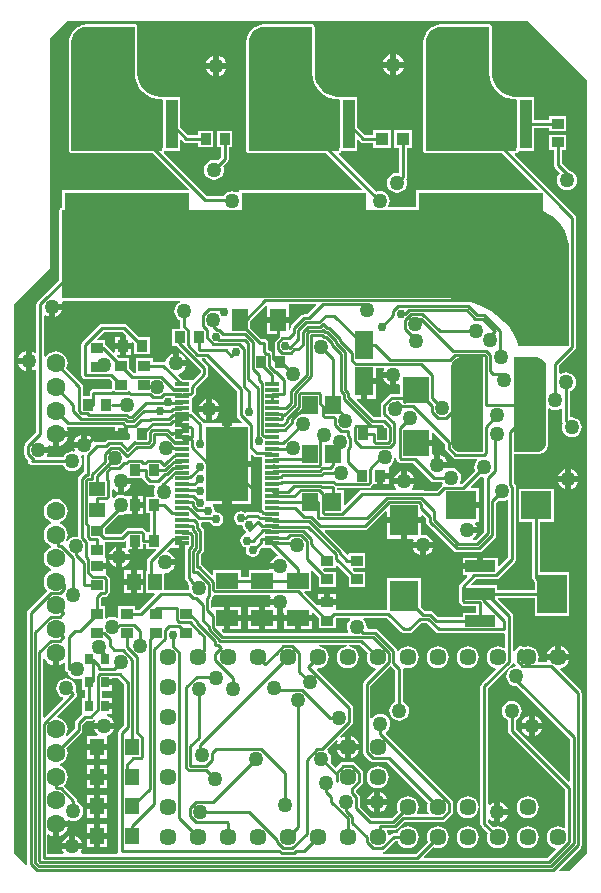
<source format=gtl>
G04 Layer_Physical_Order=1*
G04 Layer_Color=255*
%FSAX44Y44*%
%MOMM*%
G71*
G01*
G75*
%ADD10R,1.2192X1.4224*%
%ADD11R,1.3500X1.5500*%
%ADD12R,3.6100X6.3500*%
%ADD13R,1.2700X0.3048*%
%ADD14R,0.9000X1.0000*%
%ADD15R,1.1500X1.4500*%
%ADD16R,1.3500X1.9000*%
%ADD17R,0.7000X0.9000*%
%ADD18R,2.5000X1.0000*%
%ADD19R,2.5000X3.3000*%
%ADD20R,2.3000X2.3000*%
%ADD21R,2.4000X2.6000*%
%ADD22R,1.0000X0.9000*%
%ADD23R,1.9000X1.3500*%
%ADD24R,1.4500X1.1500*%
%ADD25R,2.6000X2.4000*%
%ADD26R,1.5500X2.4000*%
G04:AMPARAMS|DCode=27|XSize=2.7mm|YSize=8mm|CornerRadius=1.35mm|HoleSize=0mm|Usage=FLASHONLY|Rotation=0.000|XOffset=0mm|YOffset=0mm|HoleType=Round|Shape=RoundedRectangle|*
%AMROUNDEDRECTD27*
21,1,2.7000,5.3000,0,0,0.0*
21,1,0.0000,8.0000,0,0,0.0*
1,1,2.7000,0.0000,-2.6500*
1,1,2.7000,0.0000,-2.6500*
1,1,2.7000,0.0000,2.6500*
1,1,2.7000,0.0000,2.6500*
%
%ADD27ROUNDEDRECTD27*%
%ADD28R,1.0500X4.1500*%
%ADD29R,10.6000X8.8000*%
%ADD30R,1.1000X1.1000*%
%ADD31C,0.2540*%
%ADD32C,1.4478*%
%ADD33C,1.6002*%
%ADD34C,1.2700*%
%ADD35C,0.7620*%
%ADD36C,0.5080*%
G36*
X00923150Y00823784D02*
X00923873Y00822702D01*
X00925202Y00821372D01*
X00926284Y00820650D01*
X00927560Y00820396D01*
X00937889D01*
X00952644Y00805641D01*
X00953726Y00804918D01*
X00955002Y00804664D01*
X00962341D01*
X00962704Y00803787D01*
X00962924Y00803501D01*
X00962444Y00802040D01*
X00961722Y00801557D01*
X00957499Y00797334D01*
X00947193D01*
X00947079Y00797410D01*
X00945803Y00797664D01*
X00936963D01*
X00936551Y00798934D01*
X00937765Y00800517D01*
X00938570Y00802460D01*
X00921430D01*
X00922235Y00800517D01*
X00923449Y00798934D01*
X00923037Y00797664D01*
X00894331D01*
X00893055Y00797410D01*
X00891973Y00796687D01*
X00879923Y00784638D01*
X00878750Y00785124D01*
Y00797460D01*
X00873334D01*
Y00799396D01*
X00899440D01*
X00900716Y00799650D01*
X00901798Y00800373D01*
X00903128Y00801702D01*
X00903634Y00802460D01*
X00907460D01*
Y00810000D01*
X00910000D01*
Y00812540D01*
X00917040D01*
Y00817540D01*
X00917880Y00818462D01*
X00919382Y00819615D01*
X00920720Y00821359D01*
X00921562Y00823390D01*
X00921710Y00824514D01*
X00922996Y00824556D01*
X00923150Y00823784D01*
D02*
G37*
G36*
X00964396Y00837079D02*
Y00833362D01*
X00964650Y00832086D01*
X00965372Y00831004D01*
X00971004Y00825372D01*
X00972086Y00824650D01*
X00973362Y00824396D01*
X00991836D01*
X00992267Y00823126D01*
X00992045Y00822955D01*
X00990706Y00821211D01*
X00989865Y00819180D01*
X00989578Y00817000D01*
X00989865Y00814820D01*
X00990228Y00813943D01*
X00978934Y00802649D01*
X00977943Y00802745D01*
X00977802Y00802970D01*
X00977341Y00803906D01*
X00978133Y00805819D01*
X00978420Y00807998D01*
X00978133Y00810178D01*
X00977292Y00812209D01*
X00975953Y00813954D01*
X00974209Y00815292D01*
X00972178Y00816133D01*
X00969998Y00816420D01*
X00967818Y00816133D01*
X00967664Y00816070D01*
X00967284Y00816460D01*
X00958000D01*
Y00819000D01*
X00955460D01*
Y00827570D01*
X00955096Y00827420D01*
X00954040Y00828125D01*
Y00834960D01*
X00940000D01*
Y00840040D01*
X00954040D01*
Y00845776D01*
X00955213Y00846262D01*
X00964396Y00837079D01*
D02*
G37*
G36*
X01018286Y00789122D02*
Y00740791D01*
X01010713Y00733218D01*
X01009540Y00733704D01*
Y00740540D01*
X00997040D01*
Y00733000D01*
X00994500D01*
Y00730460D01*
X00979460D01*
Y00725460D01*
X00982875D01*
X00983361Y00724286D01*
X00977372Y00718298D01*
X00976650Y00717216D01*
X00976396Y00715940D01*
Y00704060D01*
X00976650Y00702784D01*
X00977372Y00701702D01*
X00978702Y00700373D01*
X00979784Y00699650D01*
X00981060Y00699396D01*
X00991166D01*
Y00694000D01*
X00980000D01*
Y00690334D01*
X00958578D01*
X00954394Y00694518D01*
X00953313Y00695240D01*
X00952037Y00695494D01*
X00947131D01*
X00943930Y00698695D01*
Y00722980D01*
X00915930D01*
Y00696334D01*
X00872540D01*
Y00700460D01*
X00865000D01*
X00856363D01*
X00856287Y00700428D01*
X00845638Y00711077D01*
X00846124Y00712250D01*
X00851500D01*
Y00728989D01*
X00852770Y00729515D01*
X00858000Y00724285D01*
Y00715500D01*
X00872000D01*
Y00728500D01*
X00863215D01*
X00861388Y00730327D01*
X00861874Y00731500D01*
X00872000D01*
Y00733626D01*
X00873173Y00734112D01*
X00883000Y00724285D01*
Y00715500D01*
X00897000D01*
Y00728500D01*
X00888215D01*
X00886388Y00730327D01*
X00886874Y00731500D01*
X00897000D01*
Y00744500D01*
X00883000D01*
Y00743374D01*
X00881827Y00742888D01*
X00878979Y00745736D01*
X00878890Y00746182D01*
X00878168Y00747264D01*
X00862939Y00762493D01*
X00863425Y00763666D01*
X00896740D01*
X00898016Y00763920D01*
X00899097Y00764642D01*
X00914217Y00779762D01*
X00915390Y00779276D01*
Y00774520D01*
X00929930D01*
Y00771980D01*
D01*
Y00774520D01*
X00944470D01*
Y00776156D01*
X00945643Y00776642D01*
X00948586Y00773699D01*
Y00771080D01*
X00948840Y00769804D01*
X00949563Y00768723D01*
X00972182Y00746103D01*
X00973264Y00745380D01*
X00974540Y00745126D01*
X00993466D01*
X00994742Y00745380D01*
X00995824Y00746103D01*
X01006898Y00757176D01*
X01007620Y00758258D01*
X01007874Y00759534D01*
Y00787159D01*
X01009943Y00789228D01*
X01010820Y00788865D01*
X01013000Y00788578D01*
X01015180Y00788865D01*
X01017016Y00789625D01*
X01018286Y00789122D01*
D02*
G37*
G36*
X00708150Y00807784D02*
X00708873Y00806702D01*
X00712932Y00802643D01*
X00714014Y00801920D01*
X00715290Y00801666D01*
X00718502D01*
X00719045Y00800396D01*
X00718312Y00798627D01*
X00718025Y00796447D01*
X00718312Y00794268D01*
X00718725Y00793270D01*
X00717877Y00792000D01*
X00711500D01*
Y00778000D01*
X00714666D01*
Y00762000D01*
X00711893D01*
X00711850Y00762216D01*
X00711128Y00763298D01*
X00709798Y00764628D01*
X00708716Y00765350D01*
X00707440Y00765604D01*
X00696560D01*
X00695284Y00765350D01*
X00694202Y00764628D01*
X00690139Y00760564D01*
X00677151D01*
X00677000Y00760715D01*
Y00765285D01*
X00688490Y00776775D01*
X00689999Y00776576D01*
X00692178Y00776863D01*
X00693690Y00777489D01*
X00694960Y00777460D01*
X00694960Y00777460D01*
X00694960Y00777460D01*
X00699460D01*
Y00785000D01*
Y00792540D01*
X00694960D01*
X00694960Y00792540D01*
X00693690Y00792507D01*
X00692178Y00793133D01*
X00689999Y00793420D01*
X00687819Y00793133D01*
X00685788Y00792292D01*
X00684043Y00790954D01*
X00684019Y00790922D01*
X00683875Y00790949D01*
X00682854Y00792310D01*
Y00797704D01*
X00684124Y00798300D01*
X00685515Y00797233D01*
X00687459Y00796428D01*
Y00804998D01*
X00689999D01*
Y00807538D01*
X00699300D01*
X00699622Y00808000D01*
X00708107D01*
X00708150Y00807784D01*
D02*
G37*
G36*
X01044458Y00909807D02*
X01046282Y00909051D01*
X01047849Y00907849D01*
X01049051Y00906282D01*
X01049807Y00904458D01*
X01050000Y00902992D01*
Y00902500D01*
Y00837500D01*
Y00837008D01*
X01049807Y00835542D01*
X01049051Y00833718D01*
X01047849Y00832151D01*
X01046282Y00830949D01*
X01044458Y00830193D01*
X01042992Y00830000D01*
X01023000D01*
Y00910000D01*
X01042992D01*
X01044458Y00909807D01*
D02*
G37*
G36*
X00997000Y00830000D02*
X00977008D01*
X00975542Y00830193D01*
X00973718Y00830949D01*
X00972151Y00832151D01*
X00970949Y00833718D01*
X00970193Y00835542D01*
X00970000Y00837008D01*
Y00837500D01*
Y00902500D01*
Y00902992D01*
X00970193Y00904458D01*
X00970949Y00906282D01*
X00972151Y00907849D01*
X00973718Y00909051D01*
X00975542Y00909807D01*
X00977008Y00910000D01*
X00977500Y00910000D01*
Y00910000D01*
X00997000D01*
Y00830000D01*
D02*
G37*
G36*
X01047612Y01034104D02*
X01054815Y01030026D01*
X01059244Y01026243D01*
X01063026Y01021815D01*
X01066069Y01016849D01*
X01068298Y01011469D01*
X01069657Y01005806D01*
X01070000Y01001454D01*
Y01000000D01*
X01070000D01*
X01070000Y00920000D01*
X01026782D01*
X01026414Y00921413D01*
X01025010Y00925565D01*
X01022553Y00930547D01*
X01019467Y00935166D01*
X01016192Y00938865D01*
X01015000Y00940000D01*
X01012373Y00942502D01*
X01003633Y00948984D01*
X00996507Y00952923D01*
X00988984Y00956039D01*
X00981160Y00958293D01*
X00973132Y00959657D01*
X00967034Y00959999D01*
X00965000Y00959999D01*
X00640000Y00960000D01*
Y01034270D01*
Y01034415D01*
X00640171Y01034828D01*
X00640584Y01035000D01*
X01045000D01*
X01047612Y01034104D01*
D02*
G37*
G36*
X00645700Y00850966D02*
X00684960D01*
Y00847540D01*
X00692000D01*
Y00842460D01*
X00684960D01*
Y00840494D01*
X00679963D01*
X00678687Y00840240D01*
X00677606Y00839518D01*
X00676422Y00838334D01*
X00669994D01*
X00668884Y00838113D01*
X00668538Y00838173D01*
X00667428Y00838746D01*
X00666667Y00840582D01*
X00665242Y00842439D01*
X00663385Y00843864D01*
X00661442Y00844669D01*
Y00836098D01*
X00658902D01*
Y00833558D01*
X00650331D01*
X00651136Y00831615D01*
X00651301Y00831400D01*
X00650614Y00830210D01*
X00649000Y00830422D01*
X00646820Y00830135D01*
X00644789Y00829294D01*
X00643045Y00827955D01*
X00641706Y00826211D01*
X00641343Y00825334D01*
X00628302D01*
X00627740Y00826473D01*
X00628080Y00826917D01*
X00628885Y00828860D01*
X00620315D01*
Y00833940D01*
X00628885D01*
X00628360Y00835207D01*
X00629403Y00836008D01*
X00629684Y00835792D01*
X00632248Y00834730D01*
X00632460Y00834703D01*
Y00845000D01*
X00635000D01*
Y00847540D01*
X00645298D01*
X00645270Y00847752D01*
X00644365Y00849937D01*
X00644957Y00850866D01*
X00645223Y00851061D01*
X00645700Y00850966D01*
D02*
G37*
G36*
X00913283Y00899547D02*
X00913235Y00899483D01*
X00912430Y00897540D01*
X00921000D01*
Y00895000D01*
X00923540D01*
Y00886430D01*
X00925230Y00887130D01*
X00926500Y00886592D01*
Y00878872D01*
X00919348D01*
X00918072Y00878618D01*
X00916990Y00877896D01*
X00911021Y00871926D01*
X00910298Y00870845D01*
X00910044Y00869569D01*
Y00862428D01*
X00910298Y00861152D01*
X00910791Y00860414D01*
X00910295Y00859144D01*
X00904571D01*
X00889678Y00874037D01*
X00890164Y00875210D01*
X00893460D01*
Y00889750D01*
X00896000D01*
Y00892290D01*
X00906290D01*
Y00900686D01*
X00912722D01*
X00913283Y00899547D01*
D02*
G37*
G36*
X00637540Y00649703D02*
X00637752Y00649731D01*
X00640316Y00650793D01*
X00641776Y00651913D01*
X00643046Y00651287D01*
Y00646380D01*
X00643300Y00645104D01*
X00644023Y00644023D01*
X00645069Y00643323D01*
X00645705Y00641788D01*
X00647043Y00640043D01*
X00648788Y00638705D01*
X00650819Y00637864D01*
X00652999Y00637577D01*
X00655179Y00637864D01*
X00656230Y00638299D01*
X00657500Y00637451D01*
Y00628500D01*
X00659666D01*
Y00621500D01*
X00657500D01*
Y00608500D01*
X00656669Y00607574D01*
X00652022Y00602928D01*
X00651300Y00601846D01*
X00651046Y00600570D01*
Y00595827D01*
X00644971Y00589753D01*
X00643895Y00590472D01*
X00644744Y00592521D01*
X00645087Y00595132D01*
X00644744Y00597743D01*
X00643736Y00600176D01*
X00642133Y00602265D01*
X00640044Y00603868D01*
X00637611Y00604876D01*
X00636668Y00605000D01*
X00636260Y00606202D01*
X00652356Y00622299D01*
X00652356Y00622299D01*
X00653079Y00623380D01*
X00653333Y00624656D01*
X00653079Y00625932D01*
X00652356Y00627014D01*
X00652356Y00627014D01*
X00651963Y00627407D01*
X00652134Y00627819D01*
X00652421Y00629999D01*
X00652134Y00632178D01*
X00651292Y00634210D01*
X00649954Y00635954D01*
X00648210Y00637293D01*
X00646179Y00638134D01*
X00643999Y00638421D01*
X00641819Y00638134D01*
X00639788Y00637293D01*
X00638043Y00635954D01*
X00636705Y00634210D01*
X00635864Y00632178D01*
X00635577Y00629999D01*
X00635864Y00627819D01*
X00636705Y00625788D01*
X00638043Y00624044D01*
X00639788Y00622705D01*
X00641024Y00622193D01*
X00641322Y00620695D01*
X00625696Y00605069D01*
X00624523Y00605555D01*
Y00654430D01*
X00625792Y00654684D01*
X00627482Y00652482D01*
X00629684Y00650793D01*
X00632248Y00649731D01*
X00632460Y00649703D01*
Y00660000D01*
X00637540D01*
Y00649703D01*
D02*
G37*
G36*
X00744313Y00747896D02*
X00744586Y00747563D01*
Y00723607D01*
X00744840Y00722331D01*
X00745563Y00721250D01*
X00747059Y00719753D01*
Y00719604D01*
X00747313Y00718328D01*
X00747947Y00717379D01*
X00747863Y00717178D01*
X00747576Y00714999D01*
X00747670Y00714289D01*
X00746833Y00713334D01*
X00726750D01*
Y00726951D01*
X00727460Y00727573D01*
X00729781Y00727879D01*
X00731943Y00728775D01*
X00733800Y00730200D01*
X00735225Y00732057D01*
X00736030Y00734000D01*
X00727460D01*
Y00739080D01*
X00736030D01*
X00735225Y00741023D01*
X00733800Y00742880D01*
X00731943Y00744305D01*
X00729781Y00745201D01*
X00729723Y00745209D01*
X00729315Y00746411D01*
X00731792Y00748888D01*
X00732883Y00748436D01*
Y00748436D01*
X00739233D01*
Y00752500D01*
X00744313D01*
Y00747896D01*
D02*
G37*
G36*
X00769560Y00708646D02*
X00790440D01*
X00790541Y00708666D01*
X00799459D01*
X00799560Y00708646D01*
X00816691D01*
X00816860Y00708304D01*
X00817190Y00707376D01*
X00816430Y00705540D01*
X00825000D01*
Y00703000D01*
X00827540D01*
Y00693652D01*
X00827960Y00693353D01*
Y00691540D01*
X00840000D01*
X00852040D01*
Y00693586D01*
X00853213Y00694072D01*
X00858000Y00689285D01*
Y00680500D01*
X00872000D01*
Y00689285D01*
X00872381Y00689666D01*
X00883979D01*
X00884410Y00688396D01*
X00884045Y00688115D01*
X00882706Y00686371D01*
X00881865Y00684340D01*
X00881578Y00682160D01*
X00881865Y00679980D01*
X00882626Y00678144D01*
X00882122Y00676874D01*
X00777381D01*
X00775718Y00678537D01*
X00776204Y00679710D01*
X00777460D01*
Y00689000D01*
Y00698290D01*
X00767960D01*
Y00698290D01*
X00766690Y00698076D01*
X00766334Y00698332D01*
Y00704999D01*
X00766976Y00705641D01*
X00767699Y00706723D01*
X00767909Y00707778D01*
X00767989Y00708019D01*
X00769223Y00708713D01*
X00769560Y00708646D01*
D02*
G37*
G36*
X00927612Y00677372D02*
X00928694Y00676650D01*
X00929970Y00676396D01*
X00934539D01*
X00935815Y00676650D01*
X00936897Y00677372D01*
X00944810Y00685286D01*
X00949190D01*
X00957103Y00677372D01*
X00958185Y00676650D01*
X00959461Y00676396D01*
X01014730D01*
X01015475Y00675784D01*
Y00664543D01*
X01014336Y00663981D01*
X01013959Y00664270D01*
X01011712Y00665201D01*
X01009300Y00665519D01*
X01006888Y00665201D01*
X01004641Y00664270D01*
X01002711Y00662789D01*
X01001230Y00660859D01*
X01000299Y00658612D01*
X00999981Y00656200D01*
X01000299Y00653788D01*
X01001230Y00651541D01*
X01002711Y00649611D01*
X01004641Y00648130D01*
X01006888Y00647199D01*
X01007359Y00647137D01*
X01007767Y00645934D01*
X00995642Y00633810D01*
X00994920Y00632728D01*
X00994666Y00631452D01*
Y00515100D01*
X00994920Y00513824D01*
X00995642Y00512742D01*
X01000848Y00507537D01*
X01000299Y00506212D01*
X00999981Y00503800D01*
X01000299Y00501388D01*
X01001230Y00499141D01*
X01002711Y00497211D01*
X01004641Y00495730D01*
X01006888Y00494799D01*
X01009300Y00494481D01*
X01011712Y00494799D01*
X01013959Y00495730D01*
X01015889Y00497211D01*
X01017370Y00499141D01*
X01018301Y00501388D01*
X01018619Y00503800D01*
X01018301Y00506212D01*
X01017370Y00508459D01*
X01015889Y00510389D01*
X01013959Y00511870D01*
X01011712Y00512801D01*
X01009300Y00513119D01*
X01006888Y00512801D01*
X01005563Y00512252D01*
X01001334Y00516481D01*
Y00518411D01*
X01002537Y00518820D01*
X01002660Y00518660D01*
X01004517Y00517235D01*
X01006460Y00516430D01*
Y00525000D01*
Y00533570D01*
X01004517Y00532765D01*
X01002660Y00531340D01*
X01002537Y00531180D01*
X01001334Y00531589D01*
Y00630071D01*
X01021167Y00649904D01*
X01021889Y00650985D01*
X01021909Y00651086D01*
X01022501Y00651240D01*
X01023231Y00651220D01*
X01023833Y00650318D01*
X01024512Y00649639D01*
X01024057Y00648298D01*
X01022820Y00648135D01*
X01020789Y00647294D01*
X01019045Y00645955D01*
X01017706Y00644211D01*
X01016865Y00642180D01*
X01016578Y00640000D01*
X01016865Y00637820D01*
X01017706Y00635789D01*
X01019045Y00634045D01*
X01020789Y00632706D01*
X01022820Y00631865D01*
X01025000Y00631578D01*
X01025793Y00631682D01*
X01070206Y00587270D01*
Y00551169D01*
X01069033Y00550682D01*
X01024334Y00595381D01*
Y00603343D01*
X01025211Y00603706D01*
X01026955Y00605045D01*
X01028294Y00606789D01*
X01029135Y00608820D01*
X01029422Y00611000D01*
X01029135Y00613180D01*
X01028294Y00615211D01*
X01026955Y00616955D01*
X01025211Y00618294D01*
X01023180Y00619135D01*
X01021000Y00619422D01*
X01018820Y00619135D01*
X01016789Y00618294D01*
X01015045Y00616955D01*
X01013706Y00615211D01*
X01012865Y00613180D01*
X01012578Y00611000D01*
X01012865Y00608820D01*
X01013706Y00606789D01*
X01015045Y00605045D01*
X01016789Y00603706D01*
X01017666Y00603343D01*
Y00594000D01*
X01017920Y00592724D01*
X01018643Y00591642D01*
X01066275Y00544010D01*
Y00512143D01*
X01065136Y00511581D01*
X01064759Y00511870D01*
X01062512Y00512801D01*
X01060100Y00513119D01*
X01057688Y00512801D01*
X01055441Y00511870D01*
X01053511Y00510389D01*
X01052030Y00508459D01*
X01051099Y00506212D01*
X01050781Y00503800D01*
X01051099Y00501388D01*
X01052030Y00499141D01*
X01053511Y00497211D01*
X01055441Y00495730D01*
X01057688Y00494799D01*
X01058159Y00494737D01*
X01058567Y00493534D01*
X01051287Y00486254D01*
X00947329D01*
X00946843Y00487427D01*
X00954763Y00495348D01*
X00956088Y00494799D01*
X00958500Y00494481D01*
X00960912Y00494799D01*
X00963159Y00495730D01*
X00965089Y00497211D01*
X00966570Y00499141D01*
X00967501Y00501388D01*
X00967819Y00503800D01*
X00967501Y00506212D01*
X00966570Y00508459D01*
X00965089Y00510389D01*
X00963159Y00511870D01*
X00960912Y00512801D01*
X00958500Y00513119D01*
X00956088Y00512801D01*
X00953841Y00511870D01*
X00951911Y00510389D01*
X00950430Y00508459D01*
X00949499Y00506212D01*
X00949181Y00503800D01*
X00949499Y00501388D01*
X00950048Y00500063D01*
X00939779Y00489794D01*
X00912303D01*
X00912178Y00491064D01*
X00912915Y00491211D01*
X00913996Y00491933D01*
X00922529Y00500466D01*
X00924481D01*
X00925030Y00499141D01*
X00926511Y00497211D01*
X00928441Y00495730D01*
X00930688Y00494799D01*
X00933100Y00494481D01*
X00935512Y00494799D01*
X00937759Y00495730D01*
X00939689Y00497211D01*
X00941170Y00499141D01*
X00942101Y00501388D01*
X00942419Y00503800D01*
X00942101Y00506212D01*
X00941170Y00508459D01*
X00939689Y00510389D01*
X00937759Y00511870D01*
X00935512Y00512801D01*
X00933100Y00513119D01*
X00930688Y00512801D01*
X00928441Y00511870D01*
X00926511Y00510389D01*
X00925030Y00508459D01*
X00924481Y00507134D01*
X00921148D01*
X00919872Y00506880D01*
X00918790Y00506157D01*
X00917966Y00505333D01*
X00916763Y00505741D01*
X00916701Y00506212D01*
X00915770Y00508459D01*
X00915365Y00508987D01*
X00915927Y00510126D01*
X00922366D01*
X00923642Y00510380D01*
X00924724Y00511102D01*
X00929978Y00516357D01*
X00962439D01*
X00963715Y00516611D01*
X00964796Y00517333D01*
X00970367Y00522904D01*
X00971089Y00523985D01*
X00971343Y00525261D01*
Y00533139D01*
X00971089Y00534414D01*
X00970367Y00535496D01*
X00914338Y00591525D01*
X00914630Y00593028D01*
X00915954Y00594044D01*
X00917292Y00595788D01*
X00918133Y00597819D01*
X00918420Y00599999D01*
X00918133Y00602179D01*
X00917292Y00604210D01*
X00915954Y00605954D01*
X00914209Y00607293D01*
X00912178Y00608134D01*
X00909998Y00608421D01*
X00907818Y00608134D01*
X00905787Y00607293D01*
X00904043Y00605954D01*
X00902795Y00604328D01*
X00902398Y00604332D01*
X00901525Y00604681D01*
Y00631862D01*
X00918554Y00648891D01*
X00922666Y00644779D01*
Y00618657D01*
X00921789Y00618294D01*
X00920045Y00616955D01*
X00918706Y00615211D01*
X00917865Y00613180D01*
X00917578Y00611000D01*
X00917865Y00608820D01*
X00918706Y00606789D01*
X00920045Y00605045D01*
X00921789Y00603706D01*
X00923820Y00602865D01*
X00926000Y00602578D01*
X00928180Y00602865D01*
X00930211Y00603706D01*
X00931955Y00605045D01*
X00933294Y00606789D01*
X00934135Y00608820D01*
X00934422Y00611000D01*
X00934135Y00613180D01*
X00933294Y00615211D01*
X00931955Y00616955D01*
X00930211Y00618294D01*
X00929334Y00618657D01*
Y00646160D01*
X00929285Y00646405D01*
X00930398Y00647319D01*
X00930688Y00647199D01*
X00933100Y00646881D01*
X00935512Y00647199D01*
X00937759Y00648130D01*
X00939689Y00649611D01*
X00941170Y00651541D01*
X00942101Y00653788D01*
X00942419Y00656200D01*
X00942101Y00658612D01*
X00941170Y00660859D01*
X00939689Y00662789D01*
X00937759Y00664270D01*
X00935512Y00665201D01*
X00933100Y00665519D01*
X00930688Y00665201D01*
X00928441Y00664270D01*
X00926511Y00662789D01*
X00925353Y00661281D01*
X00924305Y00661548D01*
X00924066Y00661690D01*
X00923829Y00662881D01*
X00923107Y00663962D01*
X00907631Y00679437D01*
X00906550Y00680160D01*
X00905274Y00680414D01*
X00899155D01*
X00898318Y00681369D01*
X00898422Y00682160D01*
X00898135Y00684340D01*
X00897294Y00686371D01*
X00895955Y00688115D01*
X00895590Y00688396D01*
X00896021Y00689666D01*
X00915319D01*
X00927612Y00677372D01*
D02*
G37*
G36*
X00704540Y00747460D02*
X00709040D01*
Y00751666D01*
X00711500D01*
Y00748000D01*
X00719814D01*
X00720300Y00746827D01*
X00713308Y00739835D01*
X00712586Y00738753D01*
X00712332Y00737477D01*
Y00729250D01*
X00711250D01*
Y00710750D01*
X00718665D01*
X00719151Y00709577D01*
X00705909Y00696334D01*
X00702000D01*
Y00699500D01*
X00688000D01*
Y00689586D01*
X00687673Y00689425D01*
X00686730Y00689079D01*
X00684830Y00689866D01*
X00682650Y00690153D01*
X00680470Y00689866D01*
X00678439Y00689025D01*
X00678139Y00688794D01*
X00677000Y00689356D01*
Y00699500D01*
X00673334D01*
Y00705619D01*
X00674611Y00706896D01*
X00675940D01*
X00677216Y00707150D01*
X00678298Y00707872D01*
X00679628Y00709202D01*
X00680350Y00710284D01*
X00680604Y00711560D01*
X00680604Y00711560D01*
Y00722440D01*
X00680350Y00723716D01*
X00679628Y00724798D01*
X00678298Y00726128D01*
X00677540Y00726634D01*
Y00730460D01*
X00670000D01*
Y00735540D01*
X00677540D01*
Y00740040D01*
X00677540D01*
X00677000Y00740500D01*
Y00753500D01*
X00678106Y00753896D01*
X00691520D01*
X00692795Y00754150D01*
X00693690Y00754748D01*
X00694960Y00754381D01*
Y00749068D01*
X00693821Y00748506D01*
X00693483Y00748765D01*
X00691540Y00749570D01*
Y00743540D01*
X00697570D01*
X00696765Y00745483D01*
X00696223Y00746190D01*
X00696849Y00747460D01*
X00699460D01*
Y00755000D01*
X00704540D01*
Y00747460D01*
D02*
G37*
G36*
X00761929Y00908552D02*
X00762182Y00908173D01*
X00788666Y00881689D01*
Y00861010D01*
X00788920Y00859734D01*
X00789642Y00858653D01*
X00792832Y00855463D01*
X00792346Y00854290D01*
X00784000D01*
Y00851750D01*
X00782540D01*
Y00822540D01*
X00800590D01*
Y00827036D01*
X00801763Y00827522D01*
X00802936Y00826349D01*
X00804018Y00825626D01*
X00805294Y00825372D01*
X00809877D01*
Y00813976D01*
Y00803976D01*
Y00793976D01*
Y00781564D01*
X00809337D01*
Y00778760D01*
X00808164Y00778274D01*
X00808080Y00778357D01*
X00806999Y00779080D01*
X00805723Y00779334D01*
X00797726D01*
X00796450Y00779080D01*
X00795650Y00778546D01*
X00794265Y00779471D01*
X00791998Y00779922D01*
X00789732Y00779471D01*
X00787810Y00778187D01*
X00786525Y00776265D01*
X00786075Y00773998D01*
X00786525Y00771731D01*
X00787810Y00769810D01*
X00789732Y00768526D01*
X00791998Y00768075D01*
X00793267Y00767032D01*
X00793525Y00765732D01*
X00794810Y00763810D01*
X00795782Y00763160D01*
X00795918Y00762475D01*
X00796197Y00762058D01*
X00795639Y00760652D01*
X00794732Y00760471D01*
X00792810Y00759187D01*
X00791525Y00757265D01*
X00791075Y00754998D01*
X00791525Y00752731D01*
X00792810Y00750810D01*
X00794732Y00749526D01*
X00796508Y00749172D01*
X00796076Y00747000D01*
X00796527Y00744733D01*
X00797811Y00742811D01*
X00799733Y00741527D01*
X00802000Y00741076D01*
X00804267Y00741527D01*
X00806189Y00742811D01*
X00807473Y00744733D01*
X00807924Y00747000D01*
X00807822Y00747509D01*
X00808794Y00748481D01*
X00809877Y00748976D01*
Y00748976D01*
X00809877Y00748976D01*
X00817036D01*
X00823141Y00742871D01*
X00822733Y00741668D01*
X00822679Y00741661D01*
X00820517Y00740765D01*
X00818660Y00739340D01*
X00817235Y00737483D01*
X00816430Y00735540D01*
X00825000D01*
Y00730460D01*
X00815953D01*
X00815520Y00729750D01*
X00798500D01*
Y00724334D01*
X00791500D01*
Y00729750D01*
X00768500D01*
Y00726068D01*
X00767327Y00725582D01*
X00758393Y00734516D01*
X00758334Y00734555D01*
Y00743250D01*
X00759830Y00744746D01*
X00760553Y00745828D01*
X00760807Y00747104D01*
Y00762897D01*
X00760553Y00764173D01*
X00759830Y00765255D01*
X00758334Y00766751D01*
Y00770006D01*
X00758810Y00770586D01*
X00765625D01*
X00766811Y00768811D01*
X00768733Y00767527D01*
X00771000Y00767076D01*
X00773267Y00767527D01*
X00775189Y00768811D01*
X00776473Y00770733D01*
X00776924Y00773000D01*
X00776473Y00775267D01*
X00775189Y00777189D01*
X00773267Y00778473D01*
X00771000Y00778924D01*
X00770778Y00778880D01*
X00769880Y00779778D01*
X00769924Y00780000D01*
X00769473Y00782267D01*
X00768189Y00784189D01*
X00767813Y00784440D01*
X00768198Y00785710D01*
X00776000D01*
Y00788250D01*
X00777460D01*
Y00820000D01*
Y00851750D01*
X00776000D01*
Y00854290D01*
X00760148D01*
X00760080Y00854633D01*
X00759358Y00855715D01*
X00751421Y00863652D01*
X00750339Y00864374D01*
X00750123Y00864417D01*
Y00875583D01*
X00750339Y00875626D01*
X00751421Y00876349D01*
X00752750Y00877678D01*
X00753473Y00878760D01*
X00753727Y00880036D01*
Y00883655D01*
X00763357Y00893285D01*
X00764080Y00894367D01*
X00764334Y00895643D01*
Y00900987D01*
X00764080Y00902263D01*
X00763357Y00903345D01*
X00758750Y00907953D01*
X00759236Y00909126D01*
X00761355D01*
X00761929Y00908552D01*
D02*
G37*
G36*
X00693126Y00633159D02*
Y00598605D01*
X00688643Y00594121D01*
X00687920Y00593040D01*
X00687666Y00591764D01*
Y00492080D01*
X00687868Y00491064D01*
X00687184Y00489794D01*
X00656879D01*
X00656318Y00490933D01*
X00656765Y00491517D01*
X00657570Y00493460D01*
X00640430D01*
X00641235Y00491517D01*
X00641682Y00490933D01*
X00641121Y00489794D01*
X00628063D01*
Y00505601D01*
X00629202Y00506162D01*
X00629684Y00505793D01*
X00632248Y00504731D01*
X00632460Y00504703D01*
Y00515000D01*
X00635000D01*
Y00517540D01*
X00645302D01*
X00645771Y00518088D01*
X00646345Y00518474D01*
X00647819Y00517864D01*
X00649999Y00517577D01*
X00652178Y00517864D01*
X00654210Y00518705D01*
X00655954Y00520044D01*
X00657292Y00521788D01*
X00658134Y00523819D01*
X00658421Y00525999D01*
X00658134Y00528179D01*
X00657292Y00530210D01*
X00655954Y00531954D01*
X00654210Y00533293D01*
X00653333Y00533656D01*
Y00534527D01*
X00653079Y00535803D01*
X00652356Y00536884D01*
X00642086Y00547155D01*
X00642133Y00547867D01*
X00643736Y00549957D01*
X00644744Y00552389D01*
X00645087Y00555000D01*
X00644744Y00557611D01*
X00643736Y00560044D01*
X00642133Y00562133D01*
X00640044Y00563736D01*
X00638571Y00564346D01*
Y00565720D01*
X00640044Y00566330D01*
X00642133Y00567933D01*
X00643736Y00570023D01*
X00644744Y00572455D01*
X00645087Y00575066D01*
X00644744Y00577677D01*
X00644035Y00579386D01*
X00656738Y00592089D01*
X00657460Y00593170D01*
X00657714Y00594446D01*
Y00599189D01*
X00660810Y00602286D01*
X00664830D01*
X00666106Y00602540D01*
X00667188Y00603262D01*
X00667376Y00603451D01*
X00668333Y00602612D01*
X00668235Y00602483D01*
X00667430Y00600540D01*
X00684570D01*
X00683765Y00602483D01*
X00682340Y00604340D01*
X00680483Y00605765D01*
X00678321Y00606661D01*
X00678101Y00606690D01*
X00678185Y00607960D01*
X00683040D01*
Y00612460D01*
X00677000D01*
Y00617540D01*
X00683040D01*
Y00622040D01*
X00674564D01*
Y00627960D01*
X00683040D01*
Y00632460D01*
X00677000D01*
Y00637540D01*
X00683040D01*
Y00638436D01*
X00687849D01*
X00693126Y00633159D01*
D02*
G37*
G36*
X00995820Y00808865D02*
X00997023Y00808707D01*
X00997666Y00807810D01*
Y00762381D01*
X00990619Y00755334D01*
X00988396D01*
X00987965Y00756604D01*
X00989340Y00757660D01*
X00990765Y00759517D01*
X00991570Y00761460D01*
X00983000D01*
Y00766540D01*
X00991570D01*
X00990765Y00768483D01*
X00990277Y00769120D01*
X00990903Y00770390D01*
X00993560D01*
Y00782390D01*
X00978020D01*
Y00787470D01*
X00993560D01*
Y00799470D01*
X00986844D01*
X00986358Y00800643D01*
X00994943Y00809228D01*
X00995820Y00808865D01*
D02*
G37*
G36*
X00899248Y00659937D02*
X00898699Y00658612D01*
X00898381Y00656200D01*
X00898699Y00653788D01*
X00899630Y00651541D01*
X00901111Y00649611D01*
X00903041Y00648130D01*
X00905288Y00647199D01*
X00905759Y00647137D01*
X00906167Y00645934D01*
X00895834Y00635601D01*
X00895111Y00634519D01*
X00894857Y00633243D01*
Y00576061D01*
X00895111Y00574785D01*
X00895834Y00573704D01*
X00901404Y00568133D01*
X00902485Y00567411D01*
X00903761Y00567157D01*
X00915828D01*
X00950048Y00532937D01*
X00949499Y00531612D01*
X00949181Y00529200D01*
X00949499Y00526788D01*
X00950430Y00524540D01*
X00950719Y00524164D01*
X00950157Y00523025D01*
X00941443D01*
X00940881Y00524164D01*
X00941170Y00524540D01*
X00942101Y00526788D01*
X00942419Y00529200D01*
X00942101Y00531612D01*
X00941170Y00533859D01*
X00939689Y00535789D01*
X00937759Y00537270D01*
X00935512Y00538201D01*
X00933100Y00538519D01*
X00930688Y00538201D01*
X00928441Y00537270D01*
X00926511Y00535789D01*
X00925030Y00533859D01*
X00924099Y00531612D01*
X00923781Y00529200D01*
X00924099Y00526788D01*
X00924648Y00525463D01*
X00919519Y00520334D01*
X00902381D01*
X00892954Y00529761D01*
Y00537570D01*
X00892700Y00538846D01*
X00891977Y00539928D01*
X00889573Y00542333D01*
Y00543710D01*
X00894166Y00548304D01*
X00894889Y00549385D01*
X00895143Y00550661D01*
Y00558539D01*
X00894889Y00559814D01*
X00894166Y00560896D01*
X00888596Y00566466D01*
X00887515Y00567189D01*
X00886239Y00567443D01*
X00878361D01*
X00877085Y00567189D01*
X00876004Y00566466D01*
X00872126Y00562589D01*
X00867772Y00566943D01*
X00868135Y00567820D01*
X00868422Y00570000D01*
X00868135Y00572180D01*
X00867294Y00574211D01*
X00865955Y00575955D01*
X00865221Y00576519D01*
X00865110Y00578205D01*
X00873213Y00586307D01*
X00874170Y00585468D01*
X00873758Y00584931D01*
X00872773Y00582553D01*
X00872771Y00582540D01*
X00879760D01*
Y00589529D01*
X00879747Y00589527D01*
X00877368Y00588542D01*
X00876832Y00588130D01*
X00875992Y00589087D01*
X00885977Y00599072D01*
X00886700Y00600154D01*
X00886954Y00601429D01*
Y00613571D01*
X00886700Y00614846D01*
X00885978Y00615928D01*
X00856137Y00645769D01*
X00856699Y00646908D01*
X00856900Y00646881D01*
X00859312Y00647199D01*
X00861559Y00648130D01*
X00863489Y00649611D01*
X00864970Y00651541D01*
X00865901Y00653788D01*
X00866219Y00656200D01*
X00865901Y00658612D01*
X00864970Y00660859D01*
X00863489Y00662789D01*
X00861559Y00664270D01*
X00859312Y00665201D01*
X00857831Y00665396D01*
X00857915Y00666666D01*
X00881285D01*
X00881368Y00665396D01*
X00879888Y00665201D01*
X00877641Y00664270D01*
X00875711Y00662789D01*
X00874230Y00660859D01*
X00873299Y00658612D01*
X00872981Y00656200D01*
X00873299Y00653788D01*
X00874230Y00651541D01*
X00875711Y00649611D01*
X00877641Y00648130D01*
X00879888Y00647199D01*
X00882300Y00646881D01*
X00884712Y00647199D01*
X00886959Y00648130D01*
X00888889Y00649611D01*
X00890370Y00651541D01*
X00891301Y00653788D01*
X00891619Y00656200D01*
X00891301Y00658612D01*
X00890370Y00660859D01*
X00888889Y00662789D01*
X00886959Y00664270D01*
X00884712Y00665201D01*
X00883232Y00665396D01*
X00883315Y00666666D01*
X00892519D01*
X00899248Y00659937D01*
D02*
G37*
G36*
X01002184Y01151252D02*
Y01150131D01*
X01002514Y01146779D01*
X01003819Y01142478D01*
X01005937Y01138514D01*
X01008788Y01135040D01*
X01012263Y01132189D01*
X01016226Y01130070D01*
X01022753Y01128436D01*
X01025000D01*
Y01085000D01*
X00948303D01*
Y01176232D01*
Y01177134D01*
X00948657Y01179826D01*
X00950045Y01183175D01*
X00952252Y01186051D01*
X00955128Y01188258D01*
X00958477Y01189646D01*
X00961169Y01190000D01*
X01002184D01*
Y01151252D01*
D02*
G37*
G36*
X01085000Y01145000D02*
X01085000Y00490000D01*
X01070000Y00475000D01*
X01061387D01*
X01060901Y00476173D01*
X01079437Y00494710D01*
X01080160Y00495792D01*
X01080414Y00497067D01*
Y00625772D01*
X01080160Y00627048D01*
X01079437Y00628130D01*
X01062114Y00645453D01*
X01062523Y00646655D01*
X01062653Y00646673D01*
X01065032Y00647658D01*
X01067074Y00649225D01*
X01068642Y00651268D01*
X01069627Y00653647D01*
X01069629Y00653660D01*
X01060100D01*
X01050571D01*
X01050573Y00653647D01*
X01050837Y00653010D01*
X01050131Y00651954D01*
X01044084D01*
X01043379Y00653010D01*
X01043701Y00653788D01*
X01044019Y00656200D01*
X01043701Y00658612D01*
X01042770Y00660859D01*
X01041289Y00662789D01*
X01039359Y00664270D01*
X01037112Y00665201D01*
X01034700Y00665519D01*
X01032288Y00665201D01*
X01030939Y00664642D01*
X01029959Y00665297D01*
X01028683Y00665551D01*
X01027407Y00665297D01*
X01026326Y00664574D01*
X01023833Y00662082D01*
X01023413Y00661453D01*
X01022143Y00661838D01*
Y00691191D01*
X01021889Y00692467D01*
X01021167Y00693549D01*
X01009319Y00705396D01*
X01009770Y00706666D01*
X01041000D01*
Y00691500D01*
X01070000D01*
Y00728500D01*
X01045354D01*
Y00770930D01*
X01057020D01*
Y00798930D01*
X01027020D01*
Y00770930D01*
X01038686D01*
Y00723480D01*
X01038940Y00722204D01*
X01039662Y00721123D01*
X01041000Y00719785D01*
Y00713334D01*
X01009000D01*
Y00717000D01*
X00987164D01*
X00986678Y00718173D01*
X00990900Y00722396D01*
X01007940D01*
X01009216Y00722650D01*
X01010298Y00723372D01*
X01023978Y00737052D01*
X01024700Y00738134D01*
X01024954Y00739410D01*
Y00800571D01*
X01024700Y00801846D01*
X01023978Y00802928D01*
X01023334Y00803571D01*
Y00827961D01*
X01036136D01*
X01036500Y00827925D01*
X01036864Y00827961D01*
X01042992D01*
X01043123Y00827987D01*
X01043258Y00827978D01*
X01044724Y00828171D01*
X01044977Y00828257D01*
X01045238Y00828309D01*
X01047063Y00829065D01*
X01047285Y00829213D01*
X01047524Y00829331D01*
X01049090Y00830533D01*
X01049266Y00830734D01*
X01049467Y00830910D01*
X01050669Y00832476D01*
X01050787Y00832715D01*
X01050935Y00832937D01*
X01051691Y00834762D01*
X01051743Y00835023D01*
X01051829Y00835276D01*
X01052022Y00836742D01*
X01052013Y00836877D01*
X01052039Y00837008D01*
Y00843136D01*
X01052075Y00843500D01*
Y00866582D01*
X01053214Y00867144D01*
X01053787Y00866704D01*
X01055818Y00865863D01*
X01057998Y00865576D01*
X01060178Y00865863D01*
X01062209Y00866704D01*
X01062527Y00866949D01*
X01063666Y00866387D01*
Y00856000D01*
X01063920Y00854724D01*
X01064281Y00854184D01*
X01063865Y00853180D01*
X01063578Y00851000D01*
X01063865Y00848820D01*
X01064706Y00846789D01*
X01066045Y00845045D01*
X01067789Y00843706D01*
X01069820Y00842865D01*
X01072000Y00842578D01*
X01074180Y00842865D01*
X01076211Y00843706D01*
X01077955Y00845045D01*
X01079294Y00846789D01*
X01080135Y00848820D01*
X01080422Y00851000D01*
X01080135Y00853180D01*
X01079294Y00855211D01*
X01077955Y00856955D01*
X01076211Y00858294D01*
X01074180Y00859135D01*
X01072000Y00859422D01*
X01071289Y00859328D01*
X01070334Y00860166D01*
Y00881343D01*
X01071211Y00881706D01*
X01072955Y00883045D01*
X01074294Y00884789D01*
X01075135Y00886820D01*
X01075422Y00889000D01*
X01075135Y00891180D01*
X01074294Y00893211D01*
X01072955Y00894955D01*
X01071211Y00896294D01*
X01069180Y00897135D01*
X01067000Y00897422D01*
X01064820Y00897135D01*
X01062789Y00896294D01*
X01062471Y00896050D01*
X01061332Y00896611D01*
Y00903407D01*
X01074628Y00916702D01*
X01075350Y00917784D01*
X01075604Y00919060D01*
Y01028440D01*
X01075350Y01029716D01*
X01074628Y01030798D01*
X01023638Y01081787D01*
X01024124Y01082961D01*
X01025000D01*
X01025780Y01083116D01*
X01026442Y01083558D01*
X01026884Y01084220D01*
X01026989Y01084750D01*
X01040350D01*
Y01104666D01*
X01053000D01*
Y01101500D01*
X01067000D01*
Y01114500D01*
X01053000D01*
Y01111334D01*
X01040350D01*
Y01130250D01*
X01025885D01*
X01025780Y01130320D01*
X01025000Y01130475D01*
X01023004D01*
X01016966Y01131987D01*
X01013401Y01133893D01*
X01010237Y01136489D01*
X01007641Y01139653D01*
X01005712Y01143262D01*
X01004524Y01147179D01*
X01004223Y01150231D01*
Y01190000D01*
X01004068Y01190780D01*
X01003626Y01191442D01*
X01002964Y01191884D01*
X01002184Y01192039D01*
X00961169D01*
X00961037Y01192013D01*
X00960902Y01192022D01*
X00958211Y01191667D01*
X00957958Y01191582D01*
X00957697Y01191530D01*
X00954347Y01190142D01*
X00954125Y01189994D01*
X00953886Y01189876D01*
X00951010Y01187669D01*
X00950834Y01187469D01*
X00950634Y01187293D01*
X00948427Y01184417D01*
X00948309Y01184177D01*
X00948161Y01183956D01*
X00946773Y01180606D01*
X00946721Y01180345D01*
X00946636Y01180092D01*
X00946281Y01177400D01*
X00946290Y01177266D01*
X00946264Y01177134D01*
Y01176232D01*
Y01085000D01*
X00946419Y01084220D01*
X00946861Y01083558D01*
X00947523Y01083116D01*
X00948303Y01082961D01*
X01013034D01*
X01043322Y01052673D01*
X01042836Y01051500D01*
X00940000D01*
Y01037039D01*
X00917246D01*
X00917082Y01037373D01*
X00916742Y01038309D01*
X00917534Y01040219D01*
X00917821Y01042398D01*
X00917534Y01044578D01*
X00916692Y01046609D01*
X00915354Y01048354D01*
X00913609Y01049692D01*
X00911578Y01050534D01*
X00909398Y01050820D01*
X00907219Y01050534D01*
X00906342Y01050170D01*
X00874685Y01081827D01*
X00875290Y01083018D01*
X00875780Y01083116D01*
X00876442Y01083558D01*
X00876884Y01084220D01*
X00876990Y01084750D01*
X00890350D01*
Y01093876D01*
X00891523Y01094362D01*
X00893242Y01092643D01*
X00894324Y01091920D01*
X00895600Y01091666D01*
X00903500D01*
Y01087500D01*
X00918500D01*
Y01102500D01*
X00903500D01*
Y01098334D01*
X00896981D01*
X00890350Y01104965D01*
Y01130250D01*
X00875885D01*
X00875780Y01130320D01*
X00875000Y01130475D01*
X00873004D01*
X00866966Y01131987D01*
X00863401Y01133893D01*
X00860237Y01136489D01*
X00857641Y01139653D01*
X00855712Y01143262D01*
X00854524Y01147179D01*
X00854223Y01150231D01*
Y01190000D01*
X00854068Y01190780D01*
X00853626Y01191442D01*
X00852964Y01191884D01*
X00852184Y01192039D01*
X00811169D01*
X00811037Y01192013D01*
X00810902Y01192022D01*
X00808211Y01191667D01*
X00807958Y01191582D01*
X00807697Y01191530D01*
X00804347Y01190142D01*
X00804125Y01189994D01*
X00803886Y01189876D01*
X00801010Y01187669D01*
X00800834Y01187469D01*
X00800634Y01187293D01*
X00798427Y01184417D01*
X00798309Y01184177D01*
X00798161Y01183956D01*
X00796773Y01180606D01*
X00796721Y01180345D01*
X00796636Y01180092D01*
X00796281Y01177400D01*
X00796290Y01177266D01*
X00796264Y01177134D01*
Y01176232D01*
Y01085000D01*
X00796419Y01084220D01*
X00796861Y01083558D01*
X00797523Y01083116D01*
X00798303Y01082961D01*
X00864121D01*
X00894409Y01052673D01*
X00893923Y01051500D01*
X00790000D01*
Y01050205D01*
X00789672Y01050043D01*
X00788730Y01049697D01*
X00786830Y01050485D01*
X00784650Y01050772D01*
X00782470Y01050485D01*
X00780439Y01049643D01*
X00778695Y01048305D01*
X00777473Y01046712D01*
X00763003D01*
X00726416Y01083299D01*
X00726442Y01083558D01*
X00726884Y01084220D01*
X00726990Y01084750D01*
X00740350D01*
Y01093876D01*
X00741523Y01094362D01*
X00743242Y01092643D01*
X00744324Y01091920D01*
X00745600Y01091666D01*
X00755500D01*
Y01088000D01*
X00768500D01*
Y01102000D01*
X00755500D01*
Y01098334D01*
X00746981D01*
X00740350Y01104965D01*
Y01130250D01*
X00725885D01*
X00725780Y01130320D01*
X00725000Y01130475D01*
X00723004D01*
X00716966Y01131987D01*
X00713401Y01133893D01*
X00710237Y01136489D01*
X00707641Y01139653D01*
X00705712Y01143262D01*
X00704524Y01147179D01*
X00704223Y01150231D01*
Y01190000D01*
X00704068Y01190780D01*
X00703626Y01191442D01*
X00702964Y01191884D01*
X00702184Y01192039D01*
X00661169D01*
X00661037Y01192013D01*
X00660902Y01192022D01*
X00658211Y01191667D01*
X00657958Y01191582D01*
X00657697Y01191530D01*
X00654347Y01190142D01*
X00654125Y01189994D01*
X00653886Y01189876D01*
X00651010Y01187669D01*
X00650834Y01187469D01*
X00650634Y01187293D01*
X00648427Y01184417D01*
X00648309Y01184177D01*
X00648161Y01183956D01*
X00646773Y01180606D01*
X00646721Y01180345D01*
X00646636Y01180092D01*
X00646281Y01177400D01*
X00646290Y01177266D01*
X00646264Y01177134D01*
Y01176232D01*
Y01085000D01*
X00646419Y01084220D01*
X00646861Y01083558D01*
X00647523Y01083116D01*
X00648303Y01082961D01*
X00717324D01*
X00747612Y01052673D01*
X00747126Y01051500D01*
X00640000D01*
Y01036923D01*
X00639804Y01036883D01*
X00639391Y01036712D01*
X00638729Y01036270D01*
X00638729Y01036270D01*
X00638287Y01035609D01*
X00638116Y01035195D01*
X00637961Y01034415D01*
Y00975866D01*
X00619642Y00957548D01*
X00618920Y00956466D01*
X00618666Y00955191D01*
Y00914691D01*
X00617396Y00914065D01*
X00616483Y00914765D01*
X00614540Y00915570D01*
Y00907000D01*
Y00898430D01*
X00616483Y00899235D01*
X00617396Y00899935D01*
X00618666Y00899308D01*
Y00846657D01*
X00609338Y00837328D01*
X00608615Y00836246D01*
X00608361Y00834971D01*
Y00827830D01*
X00608615Y00826554D01*
X00609338Y00825472D01*
X00611856Y00822954D01*
X00611666Y00822000D01*
X00611920Y00820724D01*
X00612643Y00819642D01*
X00613724Y00818920D01*
X00615000Y00818666D01*
X00641343D01*
X00641706Y00817789D01*
X00643045Y00816045D01*
X00644789Y00814706D01*
X00646820Y00813865D01*
X00649000Y00813578D01*
X00651180Y00813865D01*
X00653211Y00814706D01*
X00654955Y00816045D01*
X00656294Y00817789D01*
X00657135Y00819820D01*
X00657422Y00822000D01*
X00657135Y00824180D01*
X00656294Y00826211D01*
X00656253Y00826264D01*
X00656267Y00826314D01*
X00656995Y00827383D01*
X00658902Y00827132D01*
X00659138Y00826924D01*
Y00813654D01*
X00659068Y00813640D01*
X00657986Y00812918D01*
X00654583Y00809514D01*
X00653860Y00808432D01*
X00653606Y00807157D01*
Y00759172D01*
X00652651Y00758335D01*
X00651999Y00758421D01*
X00649819Y00758134D01*
X00647788Y00757292D01*
X00646043Y00755954D01*
X00644914Y00754482D01*
X00643805Y00755122D01*
X00644744Y00757389D01*
X00645087Y00760000D01*
X00644744Y00762611D01*
X00643736Y00765044D01*
X00642133Y00767133D01*
X00640044Y00768736D01*
X00638651Y00769313D01*
Y00770687D01*
X00640044Y00771264D01*
X00642133Y00772867D01*
X00643736Y00774956D01*
X00644744Y00777389D01*
X00645087Y00780000D01*
X00644744Y00782611D01*
X00643736Y00785044D01*
X00642133Y00787133D01*
X00640044Y00788736D01*
X00637611Y00789744D01*
X00635000Y00790087D01*
X00632389Y00789744D01*
X00629956Y00788736D01*
X00627867Y00787133D01*
X00626264Y00785044D01*
X00625256Y00782611D01*
X00624913Y00780000D01*
X00625256Y00777389D01*
X00626264Y00774956D01*
X00627867Y00772867D01*
X00629956Y00771264D01*
X00631349Y00770687D01*
Y00769313D01*
X00629956Y00768736D01*
X00627867Y00767133D01*
X00626264Y00765044D01*
X00625256Y00762611D01*
X00624913Y00760000D01*
X00625256Y00757389D01*
X00626264Y00754956D01*
X00627867Y00752867D01*
X00629956Y00751264D01*
X00631189Y00750753D01*
Y00749379D01*
X00629956Y00748868D01*
X00627867Y00747265D01*
X00626264Y00745176D01*
X00625256Y00742743D01*
X00624913Y00740132D01*
X00625256Y00737521D01*
X00626264Y00735089D01*
X00627867Y00732999D01*
X00629956Y00731396D01*
X00631429Y00730786D01*
Y00729412D01*
X00629956Y00728802D01*
X00627867Y00727199D01*
X00626264Y00725110D01*
X00625256Y00722677D01*
X00624913Y00720066D01*
X00625256Y00717455D01*
X00626264Y00715023D01*
X00627867Y00712933D01*
X00627918Y00712159D01*
X00611752Y00695992D01*
X00611029Y00694910D01*
X00610775Y00693634D01*
Y00481021D01*
X00610441Y00480755D01*
X00609569Y00480431D01*
X00600000Y00490000D01*
Y00955000D01*
X00630000Y00985000D01*
Y01180000D01*
X00645000Y01195000D01*
X01035000D01*
X01085000Y01145000D01*
D02*
G37*
G36*
X00855799Y00954113D02*
X00848181Y00946494D01*
X00845295D01*
X00844019Y00946240D01*
X00842937Y00945518D01*
X00834642Y00937223D01*
X00833920Y00936141D01*
X00833666Y00934865D01*
Y00933067D01*
X00833560Y00932997D01*
X00832290Y00933675D01*
Y00939460D01*
X00823000D01*
X00813710D01*
Y00929960D01*
X00824118D01*
X00824503Y00928690D01*
X00824122Y00928436D01*
X00820561Y00924874D01*
X00819838Y00923792D01*
X00819584Y00922517D01*
Y00917480D01*
X00819838Y00916204D01*
X00820561Y00915122D01*
X00820970Y00914713D01*
X00820484Y00913540D01*
X00818656D01*
X00818196Y00914229D01*
X00816798Y00915628D01*
X00815716Y00916350D01*
X00815064Y00916480D01*
Y00922270D01*
X00814810Y00923546D01*
X00814088Y00924628D01*
X00813006Y00925350D01*
X00811730Y00925604D01*
X00809111D01*
X00799750Y00934965D01*
Y00941035D01*
X00812440Y00953725D01*
X00813710Y00953199D01*
Y00944540D01*
X00823000D01*
X00832290D01*
Y00954040D01*
X00832290D01*
X00832348Y00955286D01*
X00855313D01*
X00855799Y00954113D01*
D02*
G37*
G36*
X00852184Y01151252D02*
Y01150131D01*
X00852514Y01146779D01*
X00853819Y01142478D01*
X00855937Y01138514D01*
X00858788Y01135040D01*
X00862263Y01132189D01*
X00866226Y01130070D01*
X00872753Y01128436D01*
X00875000D01*
Y01085000D01*
X00798303D01*
Y01176232D01*
Y01177134D01*
X00798657Y01179826D01*
X00800045Y01183175D01*
X00802252Y01186051D01*
X00805128Y01188258D01*
X00808477Y01189646D01*
X00811169Y01190000D01*
X00852184D01*
Y01151252D01*
D02*
G37*
G36*
X00702184D02*
Y01150131D01*
X00702514Y01146779D01*
X00703819Y01142478D01*
X00705937Y01138514D01*
X00708788Y01135040D01*
X00712263Y01132189D01*
X00716226Y01130070D01*
X00722753Y01128436D01*
X00725000D01*
Y01085000D01*
X00648303D01*
Y01176232D01*
Y01177134D01*
X00648657Y01179826D01*
X00650045Y01183175D01*
X00652252Y01186051D01*
X00655128Y01188258D01*
X00658477Y01189646D01*
X00661169Y01190000D01*
X00702184D01*
Y01151252D01*
D02*
G37*
G36*
X00740495Y00957961D02*
X00740747Y00956691D01*
X00739789Y00956294D01*
X00738045Y00954955D01*
X00736706Y00953211D01*
X00735865Y00951180D01*
X00735578Y00949000D01*
X00735865Y00946820D01*
X00736706Y00944789D01*
X00738045Y00943045D01*
X00739789Y00941706D01*
X00740666Y00941343D01*
Y00935719D01*
X00740665Y00935712D01*
X00740752Y00935270D01*
X00739798Y00934000D01*
X00733500D01*
Y00920000D01*
X00737324D01*
X00737428Y00919844D01*
X00757666Y00899606D01*
Y00897024D01*
X00751214Y00890572D01*
X00750123Y00891024D01*
Y00891024D01*
X00742964D01*
X00738859Y00895129D01*
X00739267Y00896332D01*
X00739321Y00896339D01*
X00741483Y00897235D01*
X00743340Y00898660D01*
X00744765Y00900517D01*
X00745570Y00902460D01*
X00737000D01*
Y00905000D01*
X00734460D01*
Y00913570D01*
X00732517Y00912765D01*
X00730660Y00911340D01*
X00729235Y00909483D01*
X00728339Y00907321D01*
X00728296Y00906992D01*
X00726911Y00906207D01*
X00726273Y00906334D01*
X00717000D01*
Y00909500D01*
X00703000D01*
Y00897104D01*
X00700611D01*
X00697000Y00900715D01*
Y00909500D01*
X00688215D01*
X00686428Y00911287D01*
X00686914Y00912460D01*
X00689460D01*
Y00917460D01*
X00684960D01*
Y00914414D01*
X00683787Y00913928D01*
X00677357Y00920358D01*
X00677000Y00920596D01*
Y00924500D01*
X00670164D01*
X00669678Y00925673D01*
X00675671Y00931666D01*
X00691619D01*
X00694572Y00928714D01*
X00694540Y00928637D01*
Y00922540D01*
X00699040D01*
Y00922586D01*
X00700213Y00923072D01*
X00701500Y00921785D01*
Y00913000D01*
X00714500D01*
Y00927000D01*
X00705715D01*
X00695358Y00937357D01*
X00694276Y00938080D01*
X00693000Y00938334D01*
X00674290D01*
X00673014Y00938080D01*
X00671932Y00937358D01*
X00657643Y00923068D01*
X00656920Y00921986D01*
X00656666Y00920710D01*
Y00895000D01*
X00656920Y00893724D01*
X00657643Y00892643D01*
X00658724Y00891920D01*
X00660000Y00891666D01*
X00680619D01*
X00683000Y00889285D01*
Y00883965D01*
X00682274Y00883820D01*
X00681546Y00883334D01*
X00667000D01*
X00665724Y00883080D01*
X00664643Y00882357D01*
X00663920Y00881276D01*
X00663666Y00880000D01*
Y00877000D01*
X00658334D01*
Y00885066D01*
X00658080Y00886342D01*
X00657358Y00887423D01*
X00644035Y00900746D01*
X00644744Y00902455D01*
X00645087Y00905066D01*
X00644744Y00907677D01*
X00643736Y00910110D01*
X00642133Y00912199D01*
X00640044Y00913802D01*
X00637611Y00914810D01*
X00635000Y00915153D01*
X00632389Y00914810D01*
X00629956Y00913802D01*
X00627867Y00912199D01*
X00626604Y00910553D01*
X00625334Y00910984D01*
Y00945309D01*
X00626604Y00945935D01*
X00627517Y00945235D01*
X00629460Y00944430D01*
Y00953000D01*
X00632000D01*
Y00955540D01*
X00640570D01*
X00640094Y00956691D01*
X00640942Y00957961D01*
X00740495Y00957961D01*
D02*
G37*
%LPC*%
G36*
X00651540Y00504570D02*
Y00498540D01*
X00657570D01*
X00656765Y00500483D01*
X00655340Y00502340D01*
X00653483Y00503765D01*
X00651540Y00504570D01*
D02*
G37*
G36*
X00958500Y00665519D02*
X00956088Y00665201D01*
X00953841Y00664270D01*
X00951911Y00662789D01*
X00950430Y00660859D01*
X00949499Y00658612D01*
X00949181Y00656200D01*
X00949499Y00653788D01*
X00950430Y00651541D01*
X00951911Y00649611D01*
X00953841Y00648130D01*
X00956088Y00647199D01*
X00958500Y00646881D01*
X00960912Y00647199D01*
X00963159Y00648130D01*
X00965089Y00649611D01*
X00966570Y00651541D01*
X00967501Y00653788D01*
X00967819Y00656200D01*
X00967501Y00658612D01*
X00966570Y00660859D01*
X00965089Y00662789D01*
X00963159Y00664270D01*
X00960912Y00665201D01*
X00958500Y00665519D01*
D02*
G37*
G36*
X00678396Y00502460D02*
X00672300D01*
Y00495348D01*
X00678396D01*
Y00502460D01*
D02*
G37*
G36*
X00646460Y00504570D02*
X00644517Y00503765D01*
X00642660Y00502340D01*
X00641235Y00500483D01*
X00640430Y00498540D01*
X00646460D01*
Y00504570D01*
D02*
G37*
G36*
X01035460Y00606570D02*
X01033517Y00605765D01*
X01031660Y00604340D01*
X01030235Y00602483D01*
X01029430Y00600540D01*
X01035460D01*
Y00606570D01*
D02*
G37*
G36*
X01046570Y00595460D02*
X01040540D01*
Y00589430D01*
X01042483Y00590235D01*
X01044340Y00591660D01*
X01045765Y00593517D01*
X01046570Y00595460D01*
D02*
G37*
G36*
X00667220Y00514652D02*
X00661124D01*
Y00507540D01*
X00667220D01*
Y00514652D01*
D02*
G37*
G36*
X00645298Y00512460D02*
X00637540D01*
Y00504703D01*
X00637752Y00504731D01*
X00640316Y00505793D01*
X00642518Y00507482D01*
X00644208Y00509684D01*
X00645270Y00512248D01*
X00645298Y00512460D01*
D02*
G37*
G36*
X01040540Y00606570D02*
Y00600540D01*
X01046570D01*
X01045765Y00602483D01*
X01044340Y00604340D01*
X01042483Y00605765D01*
X01040540Y00606570D01*
D02*
G37*
G36*
X00837460Y00686460D02*
X00827960D01*
Y00679710D01*
X00837460D01*
Y00686460D01*
D02*
G37*
G36*
X00822040D02*
X00812540D01*
Y00679710D01*
X00822040D01*
Y00686460D01*
D02*
G37*
G36*
X00807460D02*
X00797960D01*
Y00679710D01*
X00807460D01*
Y00686460D01*
D02*
G37*
G36*
X00792040Y00698290D02*
X00782540D01*
Y00691540D01*
X00792040D01*
Y00698290D01*
D02*
G37*
G36*
X00807460D02*
X00797960D01*
Y00691540D01*
X00807460D01*
Y00698290D01*
D02*
G37*
G36*
X00852040Y00686460D02*
X00842540D01*
Y00679710D01*
X00852040D01*
Y00686460D01*
D02*
G37*
G36*
X00792040D02*
X00782540D01*
Y00679710D01*
X00792040D01*
Y00686460D01*
D02*
G37*
G36*
X01057560Y00665729D02*
X01057547Y00665727D01*
X01055168Y00664742D01*
X01053126Y00663174D01*
X01051558Y00661132D01*
X01050573Y00658753D01*
X01050571Y00658740D01*
X01057560D01*
Y00665729D01*
D02*
G37*
G36*
X00667220Y00502460D02*
X00661124D01*
Y00495348D01*
X00667220D01*
Y00502460D01*
D02*
G37*
G36*
X00983900Y00665519D02*
X00981488Y00665201D01*
X00979241Y00664270D01*
X00977311Y00662789D01*
X00975830Y00660859D01*
X00974899Y00658612D01*
X00974581Y00656200D01*
X00974899Y00653788D01*
X00975830Y00651541D01*
X00977311Y00649611D01*
X00979241Y00648130D01*
X00981488Y00647199D01*
X00983900Y00646881D01*
X00986312Y00647199D01*
X00988559Y00648130D01*
X00990489Y00649611D01*
X00991970Y00651541D01*
X00992901Y00653788D01*
X00993219Y00656200D01*
X00992901Y00658612D01*
X00991970Y00660859D01*
X00990489Y00662789D01*
X00988559Y00664270D01*
X00986312Y00665201D01*
X00983900Y00665519D01*
D02*
G37*
G36*
Y00513119D02*
X00981488Y00512801D01*
X00979241Y00511870D01*
X00977311Y00510389D01*
X00975830Y00508459D01*
X00974899Y00506212D01*
X00974581Y00503800D01*
X00974899Y00501388D01*
X00975830Y00499141D01*
X00977311Y00497211D01*
X00979241Y00495730D01*
X00981488Y00494799D01*
X00983900Y00494481D01*
X00986312Y00494799D01*
X00988559Y00495730D01*
X00990489Y00497211D01*
X00991970Y00499141D01*
X00992901Y00501388D01*
X00993219Y00503800D01*
X00992901Y00506212D01*
X00991970Y00508459D01*
X00990489Y00510389D01*
X00988559Y00511870D01*
X00986312Y00512801D01*
X00983900Y00513119D01*
D02*
G37*
G36*
X01034700D02*
X01032288Y00512801D01*
X01030041Y00511870D01*
X01028111Y00510389D01*
X01026630Y00508459D01*
X01025699Y00506212D01*
X01025381Y00503800D01*
X01025699Y00501388D01*
X01026630Y00499141D01*
X01028111Y00497211D01*
X01030041Y00495730D01*
X01032288Y00494799D01*
X01034700Y00494481D01*
X01037112Y00494799D01*
X01039359Y00495730D01*
X01041289Y00497211D01*
X01042770Y00499141D01*
X01043701Y00501388D01*
X01044019Y00503800D01*
X01043701Y00506212D01*
X01042770Y00508459D01*
X01041289Y00510389D01*
X01039359Y00511870D01*
X01037112Y00512801D01*
X01034700Y00513119D01*
D02*
G37*
G36*
X01062640Y00665729D02*
Y00658740D01*
X01069629D01*
X01069627Y00658753D01*
X01068642Y00661132D01*
X01067074Y00663174D01*
X01065032Y00664742D01*
X01062653Y00665727D01*
X01062640Y00665729D01*
D02*
G37*
G36*
X00904695Y00542087D02*
X00902751Y00541282D01*
X00900894Y00539857D01*
X00899469Y00538000D01*
X00898664Y00536057D01*
X00904695D01*
Y00542087D01*
D02*
G37*
G36*
X00678396Y00539652D02*
X00672300D01*
Y00532540D01*
X00678396D01*
Y00539652D01*
D02*
G37*
G36*
X00667220D02*
X00661124D01*
Y00532540D01*
X00667220D01*
Y00539652D01*
D02*
G37*
G36*
Y00552460D02*
X00661124D01*
Y00545348D01*
X00667220D01*
Y00552460D01*
D02*
G37*
G36*
X00907700Y00563919D02*
X00905288Y00563601D01*
X00903041Y00562670D01*
X00901111Y00561189D01*
X00899630Y00559259D01*
X00898699Y00557012D01*
X00898381Y00554600D01*
X00898699Y00552188D01*
X00899630Y00549940D01*
X00901111Y00548010D01*
X00903041Y00546530D01*
X00905288Y00545599D01*
X00907700Y00545281D01*
X00910112Y00545599D01*
X00912359Y00546530D01*
X00914289Y00548010D01*
X00915770Y00549940D01*
X00916701Y00552188D01*
X00917019Y00554600D01*
X00916701Y00557012D01*
X00915770Y00559259D01*
X00914289Y00561189D01*
X00912359Y00562670D01*
X00910112Y00563601D01*
X00907700Y00563919D01*
D02*
G37*
G36*
X00909775Y00542087D02*
Y00536057D01*
X00915805D01*
X00915000Y00538000D01*
X00913575Y00539857D01*
X00911718Y00541282D01*
X00909775Y00542087D01*
D02*
G37*
G36*
X01034700Y00538519D02*
X01032288Y00538201D01*
X01030041Y00537270D01*
X01028111Y00535789D01*
X01026630Y00533859D01*
X01025699Y00531612D01*
X01025381Y00529200D01*
X01025699Y00526788D01*
X01026630Y00524540D01*
X01028111Y00522611D01*
X01030041Y00521130D01*
X01032288Y00520199D01*
X01034700Y00519881D01*
X01037112Y00520199D01*
X01039359Y00521130D01*
X01041289Y00522611D01*
X01042770Y00524540D01*
X01043701Y00526788D01*
X01044019Y00529200D01*
X01043701Y00531612D01*
X01042770Y00533859D01*
X01041289Y00535789D01*
X01039359Y00537270D01*
X01037112Y00538201D01*
X01034700Y00538519D01*
D02*
G37*
G36*
X00678396Y00527460D02*
X00672300D01*
Y00520348D01*
X00678396D01*
Y00527460D01*
D02*
G37*
G36*
X00667220D02*
X00661124D01*
Y00520348D01*
X00667220D01*
Y00527460D01*
D02*
G37*
G36*
X01011540Y00533570D02*
Y00527540D01*
X01017570D01*
X01016765Y00529483D01*
X01015340Y00531340D01*
X01013483Y00532765D01*
X01011540Y00533570D01*
D02*
G37*
G36*
X00915805Y00530977D02*
X00909775D01*
Y00524946D01*
X00911718Y00525751D01*
X00913575Y00527176D01*
X00915000Y00529033D01*
X00915805Y00530977D01*
D02*
G37*
G36*
X00904695D02*
X00898664D01*
X00899469Y00529033D01*
X00900894Y00527176D01*
X00902751Y00525751D01*
X00904695Y00524946D01*
Y00530977D01*
D02*
G37*
G36*
X00678396Y00552460D02*
X00672300D01*
Y00545348D01*
X00678396D01*
Y00552460D01*
D02*
G37*
G36*
Y00514652D02*
X00672300D01*
Y00507540D01*
X00678396D01*
Y00514652D01*
D02*
G37*
G36*
X00891829Y00577460D02*
X00884840D01*
Y00570471D01*
X00884853Y00570473D01*
X00887232Y00571458D01*
X00889274Y00573025D01*
X00890842Y00575068D01*
X00891827Y00577447D01*
X00891829Y00577460D01*
D02*
G37*
G36*
X00879760D02*
X00872771D01*
X00872773Y00577447D01*
X00873758Y00575068D01*
X00875325Y00573025D01*
X00877368Y00571458D01*
X00879747Y00570473D01*
X00879760Y00570471D01*
Y00577460D01*
D02*
G37*
G36*
X01035460Y00595460D02*
X01029430D01*
X01030235Y00593517D01*
X01031660Y00591660D01*
X01033517Y00590235D01*
X01035460Y00589430D01*
Y00595460D01*
D02*
G37*
G36*
X00884840Y00589529D02*
Y00582540D01*
X00891829D01*
X00891827Y00582553D01*
X00890842Y00584931D01*
X00889274Y00586974D01*
X00887232Y00588542D01*
X00884853Y00589527D01*
X00884840Y00589529D01*
D02*
G37*
G36*
X00684570Y00595460D02*
X00667430D01*
X00668235Y00593517D01*
X00669660Y00591660D01*
X00670621Y00590922D01*
X00670190Y00589652D01*
X00661124D01*
Y00582540D01*
X00669760D01*
Y00580000D01*
D01*
Y00582540D01*
X00678396D01*
Y00589370D01*
X00680483Y00590235D01*
X00682340Y00591660D01*
X00683765Y00593517D01*
X00684570Y00595460D01*
D02*
G37*
G36*
X01017570Y00522460D02*
X01011540D01*
Y00516430D01*
X01013483Y00517235D01*
X01015340Y00518660D01*
X01016765Y00520517D01*
X01017570Y00522460D01*
D02*
G37*
G36*
X00667220Y00564652D02*
X00661124D01*
Y00557540D01*
X00667220D01*
Y00564652D01*
D02*
G37*
G36*
X00983900Y00538519D02*
X00981488Y00538201D01*
X00979241Y00537270D01*
X00977311Y00535789D01*
X00975830Y00533859D01*
X00974899Y00531612D01*
X00974581Y00529200D01*
X00974899Y00526788D01*
X00975830Y00524540D01*
X00977311Y00522611D01*
X00979241Y00521130D01*
X00981488Y00520199D01*
X00983900Y00519881D01*
X00986312Y00520199D01*
X00988559Y00521130D01*
X00990489Y00522611D01*
X00991970Y00524540D01*
X00992901Y00526788D01*
X00993219Y00529200D01*
X00992901Y00531612D01*
X00991970Y00533859D01*
X00990489Y00535789D01*
X00988559Y00537270D01*
X00986312Y00538201D01*
X00983900Y00538519D01*
D02*
G37*
G36*
X00678396Y00577460D02*
X00672300D01*
Y00570348D01*
X00678396D01*
Y00577460D01*
D02*
G37*
G36*
X00667220D02*
X00661124D01*
Y00570348D01*
X00667220D01*
Y00577460D01*
D02*
G37*
G36*
X00678396Y00564652D02*
X00672300D01*
Y00557540D01*
X00678396D01*
Y00564652D01*
D02*
G37*
G36*
X00609460Y00904460D02*
X00603430D01*
X00604235Y00902517D01*
X00605660Y00900660D01*
X00607517Y00899235D01*
X00609460Y00898430D01*
Y00904460D01*
D02*
G37*
G36*
X00918460Y00892460D02*
X00912430D01*
X00913235Y00890517D01*
X00914660Y00888660D01*
X00916517Y00887235D01*
X00918460Y00886430D01*
Y00892460D01*
D02*
G37*
G36*
X00906290Y00887210D02*
X00898540D01*
Y00875210D01*
X00906290D01*
Y00887210D01*
D02*
G37*
G36*
X00699040Y00917460D02*
X00694540D01*
Y00912460D01*
X00699040D01*
Y00917460D01*
D02*
G37*
G36*
X00609460Y00915570D02*
X00607517Y00914765D01*
X00605660Y00913340D01*
X00604235Y00911483D01*
X00603430Y00909540D01*
X00609460D01*
Y00915570D01*
D02*
G37*
G36*
X00739540Y00913570D02*
Y00907540D01*
X00745570D01*
X00744765Y00909483D01*
X00743340Y00911340D01*
X00741483Y00912765D01*
X00739540Y00913570D01*
D02*
G37*
G36*
X00767540Y00874570D02*
Y00868540D01*
X00773570D01*
X00772765Y00870483D01*
X00771340Y00872340D01*
X00769483Y00873765D01*
X00767540Y00874570D01*
D02*
G37*
G36*
X00656362Y00844669D02*
X00654418Y00843864D01*
X00652561Y00842439D01*
X00651136Y00840582D01*
X00650331Y00838638D01*
X00656362D01*
Y00844669D01*
D02*
G37*
G36*
X00645298Y00842460D02*
X00637540D01*
Y00834703D01*
X00637752Y00834730D01*
X00640316Y00835792D01*
X00642518Y00837482D01*
X00644208Y00839684D01*
X00645270Y00842248D01*
X00645298Y00842460D01*
D02*
G37*
G36*
X00960540Y00827570D02*
Y00821540D01*
X00966570D01*
X00965765Y00823483D01*
X00964340Y00825340D01*
X00962483Y00826765D01*
X00960540Y00827570D01*
D02*
G37*
G36*
X00762460Y00874570D02*
X00760517Y00873765D01*
X00758660Y00872340D01*
X00757235Y00870483D01*
X00756430Y00868540D01*
X00762460D01*
Y00874570D01*
D02*
G37*
G36*
X00773570Y00863460D02*
X00767540D01*
Y00857430D01*
X00769483Y00858235D01*
X00771340Y00859660D01*
X00772765Y00861517D01*
X00773570Y00863460D01*
D02*
G37*
G36*
X00762460D02*
X00756430D01*
X00757235Y00861517D01*
X00758660Y00859660D01*
X00760517Y00858235D01*
X00762460Y00857430D01*
Y00863460D01*
D02*
G37*
G36*
X00768460Y01165570D02*
X00766517Y01164765D01*
X00764660Y01163340D01*
X00763235Y01161483D01*
X00762430Y01159540D01*
X00768460D01*
Y01165570D01*
D02*
G37*
G36*
X00929570Y01155460D02*
X00923540D01*
Y01149430D01*
X00925483Y01150235D01*
X00927340Y01151660D01*
X00928765Y01153517D01*
X00929570Y01155460D01*
D02*
G37*
G36*
X00918460D02*
X00912430D01*
X00913235Y01153517D01*
X00914660Y01151660D01*
X00916517Y01150235D01*
X00918460Y01149430D01*
Y01155460D01*
D02*
G37*
G36*
X00923540Y01166570D02*
Y01160540D01*
X00929570D01*
X00928765Y01162483D01*
X00927340Y01164340D01*
X00925483Y01165765D01*
X00923540Y01166570D01*
D02*
G37*
G36*
X00918460D02*
X00916517Y01165765D01*
X00914660Y01164340D01*
X00913235Y01162483D01*
X00912430Y01160540D01*
X00918460D01*
Y01166570D01*
D02*
G37*
G36*
X00773540Y01165570D02*
Y01159540D01*
X00779570D01*
X00778765Y01161483D01*
X00777340Y01163340D01*
X00775483Y01164765D01*
X00773540Y01165570D01*
D02*
G37*
G36*
X00779570Y01154460D02*
X00773540D01*
Y01148430D01*
X00775483Y01149235D01*
X00777340Y01150660D01*
X00778765Y01152517D01*
X00779570Y01154460D01*
D02*
G37*
G36*
X01067000Y01098500D02*
X01053000D01*
Y01085500D01*
X01056666D01*
Y01073000D01*
X01056920Y01071724D01*
X01057643Y01070642D01*
X01062062Y01066223D01*
X01062045Y01065955D01*
X01060706Y01064211D01*
X01059865Y01062180D01*
X01059578Y01060000D01*
X01059865Y01057820D01*
X01060706Y01055789D01*
X01062045Y01054045D01*
X01063789Y01052706D01*
X01065820Y01051865D01*
X01068000Y01051578D01*
X01070180Y01051865D01*
X01072211Y01052706D01*
X01073955Y01054045D01*
X01075294Y01055789D01*
X01076135Y01057820D01*
X01076422Y01060000D01*
X01076135Y01062180D01*
X01075294Y01064211D01*
X01073955Y01065955D01*
X01072211Y01067294D01*
X01070180Y01068135D01*
X01069489Y01068226D01*
X01063334Y01074381D01*
Y01085500D01*
X01067000D01*
Y01098500D01*
D02*
G37*
G36*
X00640570Y00950460D02*
X00634540D01*
Y00944430D01*
X00636483Y00945235D01*
X00638340Y00946660D01*
X00639765Y00948517D01*
X00640570Y00950460D01*
D02*
G37*
G36*
X00689460Y00927540D02*
X00684960D01*
Y00922540D01*
X00689460D01*
Y00927540D01*
D02*
G37*
G36*
X00768460Y01154460D02*
X00762430D01*
X00763235Y01152517D01*
X00764660Y01150660D01*
X00766517Y01149235D01*
X00768460Y01148430D01*
Y01154460D01*
D02*
G37*
G36*
X00784500Y01102000D02*
X00771500D01*
Y01088000D01*
X00774666D01*
Y01079381D01*
X00772057Y01076772D01*
X00771180Y01077135D01*
X00769000Y01077422D01*
X00766820Y01077135D01*
X00764789Y01076294D01*
X00763045Y01074955D01*
X00761706Y01073211D01*
X00760865Y01071180D01*
X00760578Y01069000D01*
X00760865Y01066820D01*
X00761706Y01064789D01*
X00763045Y01063045D01*
X00764789Y01061706D01*
X00766820Y01060865D01*
X00769000Y01060578D01*
X00771180Y01060865D01*
X00773211Y01061706D01*
X00774955Y01063045D01*
X00776294Y01064789D01*
X00777135Y01066820D01*
X00777422Y01069000D01*
X00777135Y01071180D01*
X00776772Y01072057D01*
X00780358Y01075642D01*
X00781080Y01076724D01*
X00781334Y01078000D01*
Y01088000D01*
X00784500D01*
Y01102000D01*
D02*
G37*
G36*
X00936500Y01102500D02*
X00921500D01*
Y01087500D01*
X00925666D01*
Y01067163D01*
X00924711Y01066326D01*
X00923998Y01066420D01*
X00921818Y01066133D01*
X00919787Y01065292D01*
X00918043Y01063953D01*
X00916704Y01062209D01*
X00915863Y01060178D01*
X00915576Y01057998D01*
X00915863Y01055818D01*
X00916704Y01053787D01*
X00918043Y01052043D01*
X00919787Y01050704D01*
X00921818Y01049863D01*
X00923998Y01049576D01*
X00926178Y01049863D01*
X00928209Y01050704D01*
X00929953Y01052043D01*
X00931292Y01053787D01*
X00932133Y01055818D01*
X00932420Y01057998D01*
X00932133Y01060178D01*
X00931718Y01061181D01*
X00932080Y01061724D01*
X00932334Y01063000D01*
Y01087500D01*
X00936500D01*
Y01102500D01*
D02*
G37*
G36*
X00991960Y00740540D02*
X00979460D01*
Y00735540D01*
X00991960D01*
Y00740540D01*
D02*
G37*
G36*
X00697570Y00738460D02*
X00691540D01*
Y00732430D01*
X00693483Y00733235D01*
X00695340Y00734660D01*
X00696765Y00736517D01*
X00697570Y00738460D01*
D02*
G37*
G36*
X00686460D02*
X00680430D01*
X00681235Y00736517D01*
X00682660Y00734660D01*
X00684517Y00733235D01*
X00686460Y00732430D01*
Y00738460D01*
D02*
G37*
G36*
Y00749570D02*
X00684517Y00748765D01*
X00682660Y00747340D01*
X00681235Y00745483D01*
X00680430Y00743540D01*
X00686460D01*
Y00749570D01*
D02*
G37*
G36*
X00954570Y00748460D02*
X00948540D01*
Y00742430D01*
X00950483Y00743235D01*
X00952340Y00744660D01*
X00953765Y00746517D01*
X00954570Y00748460D01*
D02*
G37*
G36*
X00943460D02*
X00937430D01*
X00938235Y00746517D01*
X00939660Y00744660D01*
X00941517Y00743235D01*
X00943460Y00742430D01*
Y00748460D01*
D02*
G37*
G36*
X00709290Y00729790D02*
X00703540D01*
Y00722540D01*
X00709290D01*
Y00729790D01*
D02*
G37*
G36*
X00872540Y00710040D02*
X00867540D01*
Y00705540D01*
X00872540D01*
Y00710040D01*
D02*
G37*
G36*
X00862460D02*
X00857460D01*
Y00705540D01*
X00862460D01*
Y00710040D01*
D02*
G37*
G36*
X00822460Y00700460D02*
X00816430D01*
X00816802Y00699560D01*
X00815954Y00698290D01*
X00812540D01*
Y00691540D01*
X00822040D01*
Y00693353D01*
X00822460Y00693652D01*
Y00700460D01*
D02*
G37*
G36*
X00698460Y00729790D02*
X00692710D01*
Y00722540D01*
X00698460D01*
Y00729790D01*
D02*
G37*
G36*
X00709290Y00717460D02*
X00703540D01*
Y00710210D01*
X00709290D01*
Y00717460D01*
D02*
G37*
G36*
X00698460D02*
X00692710D01*
Y00710210D01*
X00698460D01*
Y00717460D01*
D02*
G37*
G36*
X00927460Y00813570D02*
X00925517Y00812765D01*
X00923660Y00811340D01*
X00922235Y00809483D01*
X00921430Y00807540D01*
X00927460D01*
Y00813570D01*
D02*
G37*
G36*
X00917040Y00807460D02*
X00912540D01*
Y00802460D01*
X00917040D01*
Y00807460D01*
D02*
G37*
G36*
X01077570Y00804460D02*
X01071540D01*
Y00798430D01*
X01073483Y00799235D01*
X01075340Y00800660D01*
X01076765Y00802517D01*
X01077570Y00804460D01*
D02*
G37*
G36*
X01071540Y00815570D02*
Y00809540D01*
X01077570D01*
X01076765Y00811483D01*
X01075340Y00813340D01*
X01073483Y00814765D01*
X01071540Y00815570D01*
D02*
G37*
G36*
X01066460D02*
X01064517Y00814765D01*
X01062660Y00813340D01*
X01061235Y00811483D01*
X01060430Y00809540D01*
X01066460D01*
Y00815570D01*
D02*
G37*
G36*
X00932540Y00813570D02*
Y00807540D01*
X00938570D01*
X00937765Y00809483D01*
X00936340Y00811340D01*
X00934483Y00812765D01*
X00932540Y00813570D01*
D02*
G37*
G36*
X01066460Y00804460D02*
X01060430D01*
X01061235Y00802517D01*
X01062660Y00800660D01*
X01064517Y00799235D01*
X01066460Y00798430D01*
Y00804460D01*
D02*
G37*
G36*
X00709040Y00782460D02*
X00704540D01*
Y00777460D01*
X00709040D01*
Y00782460D01*
D02*
G37*
G36*
X00927390Y00769440D02*
X00915390D01*
Y00756440D01*
X00927390D01*
Y00769440D01*
D02*
G37*
G36*
X00944470D02*
X00932470D01*
Y00756440D01*
X00937532D01*
X00938105Y00755170D01*
X00937430Y00753540D01*
X00954570D01*
X00953765Y00755483D01*
X00952340Y00757340D01*
X00950483Y00758765D01*
X00948321Y00759661D01*
X00946000Y00759967D01*
X00945425Y00759891D01*
X00944470Y00760728D01*
Y00769440D01*
D02*
G37*
G36*
X00698569Y00802458D02*
X00692539D01*
Y00796428D01*
X00694482Y00797233D01*
X00696339Y00798658D01*
X00697764Y00800515D01*
X00698569Y00802458D01*
D02*
G37*
G36*
X00709040Y00792540D02*
X00704540D01*
Y00787540D01*
X00709040D01*
Y00792540D01*
D02*
G37*
G36*
X00800590Y00817460D02*
X00782540D01*
Y00788250D01*
X00784000D01*
Y00785710D01*
X00800590D01*
Y00817460D01*
D02*
G37*
%LPD*%
D10*
X00700000Y00580000D02*
D03*
X00669760D02*
D03*
X00700000Y00555000D02*
D03*
X00669760D02*
D03*
X00700000Y00530000D02*
D03*
X00669760D02*
D03*
X00700000Y00505000D02*
D03*
X00669760D02*
D03*
D11*
X00850000Y00870000D02*
D03*
X00870000D02*
D03*
X00850000Y00828000D02*
D03*
X00870000D02*
D03*
X00870000Y00787710D02*
D03*
X00850000D02*
D03*
D12*
X00780000Y00820000D02*
D03*
D13*
X00818227Y00887500D02*
D03*
Y00882500D02*
D03*
Y00877500D02*
D03*
Y00872500D02*
D03*
Y00867500D02*
D03*
Y00862500D02*
D03*
Y00857500D02*
D03*
Y00852500D02*
D03*
Y00847500D02*
D03*
Y00842500D02*
D03*
Y00837500D02*
D03*
Y00832500D02*
D03*
Y00827500D02*
D03*
Y00822500D02*
D03*
Y00817500D02*
D03*
Y00812500D02*
D03*
Y00807500D02*
D03*
Y00802500D02*
D03*
Y00797500D02*
D03*
Y00792500D02*
D03*
Y00787500D02*
D03*
Y00782500D02*
D03*
Y00777500D02*
D03*
Y00772500D02*
D03*
Y00767500D02*
D03*
Y00762500D02*
D03*
Y00757500D02*
D03*
Y00752500D02*
D03*
X00741773D02*
D03*
Y00757500D02*
D03*
Y00762500D02*
D03*
Y00767500D02*
D03*
Y00772500D02*
D03*
Y00777500D02*
D03*
Y00782500D02*
D03*
Y00787500D02*
D03*
Y00792500D02*
D03*
Y00797500D02*
D03*
Y00802500D02*
D03*
Y00807500D02*
D03*
Y00812500D02*
D03*
Y00817500D02*
D03*
Y00822500D02*
D03*
Y00827500D02*
D03*
Y00832500D02*
D03*
Y00837500D02*
D03*
Y00842500D02*
D03*
Y00847500D02*
D03*
Y00852500D02*
D03*
Y00857500D02*
D03*
Y00862500D02*
D03*
Y00867500D02*
D03*
Y00872500D02*
D03*
Y00877500D02*
D03*
Y00882500D02*
D03*
Y00887500D02*
D03*
D14*
X00662000Y00870000D02*
D03*
X00678000D02*
D03*
X00708000Y00920000D02*
D03*
X00692000D02*
D03*
X00911000Y00845000D02*
D03*
X00895000D02*
D03*
X00809000Y00906000D02*
D03*
X00825000D02*
D03*
X00894000Y00810000D02*
D03*
X00910000D02*
D03*
X00718000Y00815000D02*
D03*
X00702000D02*
D03*
X00718000Y00785000D02*
D03*
X00702000D02*
D03*
X00718000Y00755000D02*
D03*
X00702000D02*
D03*
X00762000Y01095000D02*
D03*
X00778000D02*
D03*
X00756000Y00927000D02*
D03*
X00740000D02*
D03*
X00692000Y00845000D02*
D03*
X00708000D02*
D03*
D15*
X00701000Y00720000D02*
D03*
X00719000D02*
D03*
D16*
X00823000Y00942000D02*
D03*
X00791000D02*
D03*
D17*
X00677000Y00655000D02*
D03*
X00663000D02*
D03*
X00677000Y00635000D02*
D03*
X00663000D02*
D03*
X00677000Y00615000D02*
D03*
X00663000D02*
D03*
D18*
X00994500Y00687000D02*
D03*
Y00733000D02*
D03*
Y00710000D02*
D03*
D19*
X01055500D02*
D03*
D20*
X00940000Y00837500D02*
D03*
Y00882500D02*
D03*
D21*
X00929930Y00707980D02*
D03*
Y00771980D02*
D03*
D22*
X00890000Y00722000D02*
D03*
Y00738000D02*
D03*
X00865000Y00722000D02*
D03*
Y00738000D02*
D03*
X00670000Y00918000D02*
D03*
Y00902000D02*
D03*
X00865000Y00703000D02*
D03*
Y00687000D02*
D03*
X00690000Y00887000D02*
D03*
Y00903000D02*
D03*
X00710000Y00887000D02*
D03*
Y00903000D02*
D03*
X00670000Y00747000D02*
D03*
Y00763000D02*
D03*
X00670000Y00717000D02*
D03*
Y00733000D02*
D03*
X01060000Y01108000D02*
D03*
Y01092000D02*
D03*
X00670000Y00677000D02*
D03*
Y00693000D02*
D03*
X00695000Y00677000D02*
D03*
Y00693000D02*
D03*
X00720000Y00677000D02*
D03*
Y00693000D02*
D03*
X00745000Y00677000D02*
D03*
Y00693000D02*
D03*
D23*
X00840000Y00721000D02*
D03*
Y00689000D02*
D03*
X00810000Y00721000D02*
D03*
Y00689000D02*
D03*
X00780000Y00721000D02*
D03*
Y00689000D02*
D03*
D24*
X00670000Y00799000D02*
D03*
Y00781000D02*
D03*
D25*
X01042020Y00784930D02*
D03*
X00978020D02*
D03*
D26*
X00896000Y00889750D02*
D03*
Y00920250D02*
D03*
D27*
X01036500Y00870000D02*
D03*
X00983500D02*
D03*
D28*
X00733100Y01107500D02*
D03*
X00720400D02*
D03*
X00707700D02*
D03*
X00682300D02*
D03*
X00669600D02*
D03*
X00656900D02*
D03*
X00883100D02*
D03*
X00870400D02*
D03*
X00857700D02*
D03*
X00832300D02*
D03*
X00819600D02*
D03*
X00806900D02*
D03*
X01033100Y01107500D02*
D03*
X01020400D02*
D03*
X01007700D02*
D03*
X00982300D02*
D03*
X00969600D02*
D03*
X00956900D02*
D03*
D29*
X00695000Y01005500D02*
D03*
X00845000D02*
D03*
X00995000Y01005500D02*
D03*
D30*
X00911000Y01095000D02*
D03*
X00929000D02*
D03*
D31*
X00791811Y00808189D02*
X00806000Y00794000D01*
Y00783643D02*
Y00794000D01*
Y00783643D02*
X00810937Y00778706D01*
X00744000Y00935713D02*
Y00949000D01*
X00743998Y00935712D02*
X00744000Y00935713D01*
X00743998Y00935712D02*
X00746770Y00932940D01*
X00750357Y00885000D02*
X00761000Y00895643D01*
Y00900987D01*
X00739786Y00922202D02*
X00761000Y00900987D01*
X00762770Y00926934D02*
Y00932940D01*
Y00926934D02*
X00768626Y00921078D01*
X00754534Y00912460D02*
X00762736D01*
X00764540Y00910656D01*
Y00910530D02*
Y00910656D01*
Y00910530D02*
X00792000Y00883070D01*
X00768626Y00921078D02*
X00790517D01*
X00794078Y00917517D01*
Y00885998D02*
Y00917517D01*
X00773302Y00925000D02*
X00794987D01*
X00798000Y00921988D01*
Y00892000D02*
Y00921988D01*
X00777084Y00929817D02*
X00795177D01*
X00802230Y00922764D01*
Y00900060D02*
Y00922764D01*
X00767999Y00937001D02*
Y00941998D01*
X00759379Y00945569D02*
X00764428Y00950618D01*
X00759379Y00936332D02*
Y00945569D01*
Y00936332D02*
X00762770Y00932940D01*
X00746770Y00920224D02*
Y00932940D01*
X00982300Y01107500D02*
X00993210D01*
X00778000Y01078000D02*
Y01095000D01*
X00769000Y01069000D02*
X00778000Y01078000D01*
X00682300Y01107500D02*
X00697500D01*
X00783622Y01043378D02*
X00784650Y01042349D01*
X00761622Y01043378D02*
X00783622D01*
X00697500Y01107500D02*
X00761622Y01043378D01*
X00795724Y00773998D02*
X00797726Y00776000D01*
X00805723D01*
X00808017Y00773706D01*
X00791998Y00773998D02*
X00795724D01*
X00798998Y00763751D02*
Y00767999D01*
Y00763751D02*
X00799000Y00763750D01*
X00805984Y00770733D01*
X00809470Y00767246D01*
X00901724Y00852270D02*
X00910000D01*
X00910570Y00825570D02*
X00913427D01*
X00917906Y00834190D02*
X00921310Y00837593D01*
X00893100Y00834190D02*
X00917906D01*
X00917770Y00839060D02*
Y00850940D01*
X00916440Y00837730D02*
X00917770Y00839060D01*
X00905560Y00837730D02*
X00916440D01*
X00900770Y00815770D02*
X00910570Y00825570D01*
X00904230Y00839060D02*
X00905560Y00837730D01*
X00904230Y00839060D02*
Y00845000D01*
X00927560Y00823730D02*
X00939270D01*
X00926230Y00825060D02*
X00927560Y00823730D01*
X00937460Y00868730D02*
X00967730Y00838460D01*
X00832000Y00796294D02*
X00836976Y00801270D01*
X00749000Y00581190D02*
X00755999Y00588189D01*
X00818227Y00857500D02*
X00826920D01*
X00900770Y00804060D02*
Y00815770D01*
X00899440Y00802730D02*
X00900770Y00804060D01*
X00872276Y00802730D02*
X00899440D01*
X00818227Y00802500D02*
X00819433Y00803706D01*
X00859889Y00810166D02*
X00862182Y00812460D01*
X00818227Y00807500D02*
X00819433Y00808706D01*
X00867543Y00812460D02*
X00868005Y00811998D01*
X00862182Y00812460D02*
X00867543D01*
X00818227Y00812500D02*
X00819433Y00813706D01*
X00860426Y00800000D02*
X00870000D01*
X00859156Y00801270D02*
X00860426Y00800000D01*
X00836976Y00801270D02*
X00859156D01*
X00857690Y00797730D02*
X00860980Y00794440D01*
X00929000Y01063000D02*
Y01095000D01*
X00861998Y00843997D02*
Y00843997D01*
X00845706Y00823706D02*
X00847000Y00825000D01*
X00849790Y00787500D02*
X00850000Y00787710D01*
X00818227Y00772500D02*
X00819433Y00771294D01*
X00872270Y00739730D02*
Y00743440D01*
X00875810Y00744190D02*
X00882000Y00738000D01*
X00875810Y00744190D02*
Y00744907D01*
X00882000Y00738000D02*
X00890000D01*
X00862310Y00777690D02*
X00877691D01*
X00860980Y00779020D02*
X00862310Y00777690D01*
X00860980Y00779020D02*
Y00794440D01*
X00870000Y00787710D02*
Y00800000D01*
X00999270Y00851270D02*
X01008998Y00860998D01*
X00967730Y00833362D02*
X00973362Y00827730D01*
X00872270Y00739730D02*
X00890000Y00722000D01*
X00818227Y00762500D02*
Y00763160D01*
Y00752500D02*
X00837500D01*
X01060000Y01073000D02*
Y01092000D01*
X00870000Y00870000D02*
X00880000Y00860000D01*
X00818227Y00797500D02*
X00819433Y00796294D01*
X00818227Y00822500D02*
X00819433Y00823706D01*
X00818227Y00847500D02*
X00819433Y00848706D01*
X00780700Y00503800D02*
Y00515833D01*
X00780153Y00516380D02*
X00780700Y00515833D01*
X00926000Y00611000D02*
Y00646160D01*
X00920749Y00651411D02*
X00926000Y00646160D01*
X00920749Y00651411D02*
Y00661605D01*
X00905274Y00677080D02*
X00920749Y00661605D01*
X00895080Y00677080D02*
X00905274D01*
X00890000Y00682160D02*
X00895080Y00677080D01*
X00916700Y00693000D02*
X00929970Y00679730D01*
X00871000Y00693000D02*
X00916700D01*
X00865000Y00687000D02*
X00871000Y00693000D01*
X00962439Y00519691D02*
X00968009Y00525261D01*
X00907700Y00503800D02*
X00909998Y00506098D01*
X00950571Y00688620D02*
X00959461Y00679730D01*
X00934539D02*
X00943429Y00688620D01*
X00929970Y00679730D02*
X00934539D01*
X00959461D02*
X01014730D01*
X00957197Y00687000D02*
X00994500D01*
X00952037Y00692160D02*
X00957197Y00687000D01*
X00945750Y00692160D02*
X00952037D01*
X00929930Y00707980D02*
X00945750Y00692160D01*
X00943429Y00688620D02*
X00950571D01*
X00903808Y00673540D02*
X00917209Y00660139D01*
Y00652261D02*
Y00660139D01*
X00898191Y00633243D02*
X00917209Y00652261D01*
X00838234Y00492080D02*
X00845180D01*
X00836905Y00490751D02*
X00838234Y00492080D01*
X00826095Y00490751D02*
X00836905D01*
X00824766Y00492080D02*
X00826095Y00490751D01*
X00827561Y00494291D02*
X00835439D01*
X00821991Y00499861D02*
X00827561Y00494291D01*
X01028683Y00662217D02*
X01034700Y00656200D01*
X01054232Y00648620D02*
X01077080Y00625772D01*
Y00497067D02*
Y00625772D01*
X00614109Y00693634D02*
X00630746Y00710271D01*
X00638316D01*
X01025000Y00637191D02*
Y00640000D01*
Y00637191D02*
X01073540Y00588651D01*
Y00498534D02*
Y00588651D01*
X00617649Y00677175D02*
X00630746Y00690271D01*
X00638382D01*
X00635000Y00700000D02*
X00641556Y00693445D01*
X01069609Y00500391D02*
X01070000Y00500000D01*
X01069748D02*
X01070000D01*
X00621189Y00660715D02*
X00630746Y00670271D01*
X00638382D01*
X00635000Y00680000D02*
X00641556Y00673445D01*
X00821991Y00499861D02*
Y00501357D01*
X00883620Y00601429D02*
Y00613571D01*
X00848945Y00648245D02*
X00883620Y00613571D01*
X00848945Y00648245D02*
X00856900Y00656200D01*
X00968009Y00525261D02*
Y00533139D01*
X00909998Y00591149D02*
X00968009Y00533139D01*
X00909998Y00591149D02*
Y00599999D01*
X00806100Y00656200D02*
X00812117Y00650183D01*
X00821991Y00660057D02*
Y00660139D01*
X00827561Y00665709D01*
X00835439D01*
X00841009Y00660139D01*
Y00643991D02*
Y00660139D01*
Y00643991D02*
X00850000Y00635000D01*
X00624729Y00599386D02*
X00649999Y00624656D01*
X00749063Y00781294D02*
X00756437Y00773920D01*
X00747895Y00781294D02*
X00749063D01*
X00754482Y00780920D02*
X00763080D01*
X00741773Y00792500D02*
X00751500D01*
X00741773Y00797500D02*
X00756500D01*
X00752500Y00802500D02*
X00757000Y00807000D01*
X00741773Y00802500D02*
X00752500D01*
X00757000Y00816643D02*
Y00817000D01*
X00749063Y00808706D02*
X00757000Y00816643D01*
X00742979Y00808706D02*
X00749063D01*
X00741773Y00807500D02*
X00742979Y00808706D01*
X00707290Y00693000D02*
X00724290Y00710000D01*
X00695000Y00693000D02*
X00707290D01*
X01015000Y00680000D02*
Y00687210D01*
X01014730Y00679730D02*
X01015000Y00680000D01*
X00998040Y00704170D02*
X01015000Y00687210D01*
X00998040Y00704170D02*
Y00704196D01*
X01018809Y00652261D02*
Y00691191D01*
X01000000Y00710000D02*
X01018809Y00691191D01*
X00995966Y00706270D02*
X00998040Y00704196D01*
X00990770Y00706270D02*
X00994500Y00710000D01*
X00700000Y00505000D02*
Y00513582D01*
X00718540Y00532122D01*
X00715000Y00672000D02*
X00720000Y00677000D01*
X00715000Y00545000D02*
Y00672000D01*
X00700000Y00530000D02*
X00715000Y00545000D01*
X00700614Y00570618D02*
X00707036D01*
X00968679Y00907587D02*
X00973362Y00912270D01*
X00999270Y00870000D02*
X01036500D01*
X00989519Y00725730D02*
X01007940D01*
X00979730Y00715940D02*
X00989519Y00725730D01*
X00979730Y00704060D02*
Y00715940D01*
Y00704060D02*
X00981060Y00702730D01*
X00994500D01*
Y00687000D02*
Y00702730D01*
X01042020Y00723480D02*
Y00784930D01*
Y00723480D02*
X01055500Y00710000D01*
X00745600Y01095000D02*
X00762000D01*
X00733100Y01107500D02*
X00745600Y01095000D01*
X00895600Y01095000D02*
X00911000D01*
X00883100Y01107500D02*
X00895600Y01095000D01*
X01033600Y01108000D02*
X01060000D01*
X01033100Y01107500D02*
X01033600Y01108000D01*
X00663000Y00615000D02*
Y00635000D01*
X00845180Y00492080D02*
X00856900Y00503800D01*
X00677000Y00655000D02*
Y00657810D01*
X00818227Y00872500D02*
Y00877500D01*
X00670000Y00918000D02*
X00675000D01*
X00693000Y00935000D02*
X00708000Y00920000D01*
X00674290Y00935000D02*
X00693000D01*
X00660000Y00920710D02*
X00674290Y00935000D01*
X00660000Y00895000D02*
Y00920710D01*
X00635000Y00885000D02*
X00650000Y00870000D01*
X00740567Y00878706D02*
X00741773Y00877500D01*
X00683000Y00870000D02*
X00695000D01*
X00740567Y00821294D02*
X00741773Y00822500D01*
X00740567Y00778706D02*
X00741773Y00777500D01*
X00708770Y00755000D02*
X00718000D01*
X00707440Y00762270D02*
X00708770Y00760940D01*
X00696560Y00762270D02*
X00707440D01*
X00691520Y00757230D02*
X00696560Y00762270D01*
X00675770Y00757230D02*
X00691520D01*
X00670000Y00763000D02*
X00675770Y00757230D01*
X00670000Y00763000D02*
X00689999Y00782999D01*
Y00784998D01*
X00740567Y00846294D02*
X00741773Y00847500D01*
X00661098Y00836098D02*
X00666460Y00841460D01*
X00670000Y00781000D02*
Y00790980D01*
X00678190D01*
X00679520Y00792310D01*
X00718000Y00755000D02*
Y00785000D01*
X00726859D01*
X00733153Y00778706D01*
X00740567D01*
X00693131Y00820940D02*
X00695230D01*
X00681408Y00816402D02*
X00681408D01*
X00681430Y00816380D01*
X00688570D01*
X00693131Y00820940D01*
X00679520Y00792310D02*
Y00805690D01*
X00678081Y00807129D02*
X00679520Y00805690D01*
X00736779Y00827500D02*
X00741773D01*
X00689999Y00804998D02*
X00693778D01*
X00735574Y00826294D02*
X00736779Y00827500D01*
X00695230Y00820940D02*
X00696560Y00822270D01*
X00734483Y00821294D02*
X00740567D01*
X00733016Y00824834D02*
X00733153D01*
X00731557Y00823374D02*
X00733016Y00824834D01*
X00734483Y00826294D02*
X00735574D01*
X00733153Y00824834D02*
Y00824965D01*
X00734483Y00826294D01*
X00635000Y00865000D02*
X00645700Y00854300D01*
X00731550Y00823374D02*
X00731557D01*
X00730090Y00821914D02*
X00731550Y00823374D01*
X00741773Y00816294D02*
Y00817500D01*
X00735695Y00812500D02*
X00741773D01*
X00734489Y00811294D02*
X00735695Y00812500D01*
X00731550Y00818374D02*
X00731556D01*
X00733016Y00819834D01*
X00733153D01*
Y00819964D01*
X00734483Y00821294D01*
X00730084Y00821914D02*
X00730090D01*
X00723440Y00822270D02*
X00726940Y00818770D01*
X00730084Y00821914D01*
X00635000Y00905066D02*
X00655000Y00885066D01*
X00661560Y00862730D02*
X00662910Y00861380D01*
X00656560Y00862730D02*
X00661560D01*
X00650000Y00864284D02*
X00656444Y00857840D01*
X00655000Y00864290D02*
X00656560Y00862730D01*
X00655000Y00864290D02*
Y00885066D01*
X00650000Y00864284D02*
Y00870000D01*
X00740567Y00833706D02*
X00741773Y00832500D01*
X00818227Y00752500D02*
X00840000Y00730727D01*
Y00721000D02*
Y00730727D01*
X00780000Y00721000D02*
X00810000D01*
X00893900Y00670000D02*
X00907700Y00656200D01*
X00725000Y00801805D02*
X00733153Y00809958D01*
X00725000Y00801805D02*
X00726447Y00800358D01*
Y00796447D02*
Y00800358D01*
X00917209Y00570491D02*
X00958500Y00529200D01*
X00903761Y00570491D02*
X00917209D01*
X00898191Y00576061D02*
X00903761Y00570491D01*
X00898191Y00576061D02*
Y00633243D01*
X00741773Y00767500D02*
X00741773Y00767500D01*
X00745000Y00693000D02*
X00748000D01*
X00741773Y00761294D02*
Y00762500D01*
Y00772500D02*
X00752506D01*
X00751460Y00746097D02*
X00753933Y00748570D01*
X00749063Y00761294D02*
X00750393Y00759964D01*
X00751460Y00763904D02*
X00753933Y00761431D01*
X00755000Y00765370D02*
X00757473Y00762897D01*
X00753933Y00748570D02*
Y00761431D01*
X00757473Y00747104D02*
Y00762897D01*
X00751460Y00763904D02*
Y00767483D01*
X00751443Y00767500D02*
X00751460Y00767483D01*
X00741773Y00767500D02*
X00751443D01*
X00747920Y00723607D02*
Y00747563D01*
X00750393Y00750036D01*
Y00759964D01*
X00747920Y00723607D02*
X00750393Y00721134D01*
X00751460Y00728619D02*
Y00746097D01*
X00810000Y00721000D02*
X00840000D01*
X00641731Y00713686D02*
Y00718534D01*
X00640199Y00720066D02*
X00641731Y00718534D01*
X00635000Y00720066D02*
X00640199D01*
X00662472Y00827478D02*
X00669994Y00835000D01*
X00658902Y00836098D02*
X00661098D01*
X00678081Y00807129D02*
Y00813075D01*
X00681408Y00816402D01*
X00670000Y00799000D02*
Y00810000D01*
X00661810Y00807020D02*
X00666012D01*
Y00811018D01*
X00656940Y00757248D02*
Y00807157D01*
X00660343Y00810560D01*
X00662472D01*
Y00827478D01*
X00741773Y00877500D02*
X00742979Y00878706D01*
X00935000Y00858710D02*
Y00859000D01*
X00926230Y00849940D02*
X00935000Y00858710D01*
X00927560Y00868730D02*
X00937460D01*
X00967730Y00833362D02*
Y00838460D01*
X00818227Y00777500D02*
Y00778706D01*
X00817021Y00828706D02*
X00818227Y00827500D01*
Y00757500D02*
X00830960D01*
X00833080Y00759620D01*
X00842570D01*
X00847620Y00754570D01*
X00844037Y00763160D02*
X00851160Y00756037D01*
X00819433Y00771294D02*
X00849423D01*
X00875810Y00744907D01*
X00819433Y00808706D02*
X00825517D01*
X00826847Y00810036D01*
Y00810166D01*
X00837080Y00792500D02*
X00842309Y00797730D01*
X00857690D01*
X00826847Y00810166D02*
X00859889D01*
X00819433Y00803706D02*
X00825517D01*
X00826621Y00804810D01*
X00819433Y00813706D02*
X00858422D01*
X00818227Y00817500D02*
X00819433Y00818706D01*
Y00817980D02*
Y00818706D01*
X00818227Y00782500D02*
X00837499D01*
X00818227Y00787500D02*
X00849790D01*
X00818227Y00792500D02*
X00837080D01*
X00819433Y00796294D02*
X00832000D01*
X00819433Y00823706D02*
X00845706D01*
X00835900Y00833409D02*
X00837469D01*
X00880000Y00856000D02*
Y00860000D01*
X00818227Y00837500D02*
X00827800D01*
X00843998Y00853698D01*
X00741773Y00862500D02*
X00742979Y00861294D01*
X00749063D01*
X00757000Y00853357D01*
X00817021Y00843706D02*
X00818227Y00842500D01*
X00707036Y00570618D02*
X00708366Y00571948D01*
Y00588052D01*
X00703540Y00592878D02*
X00708366Y00588052D01*
X00689060Y00683770D02*
X00700940D01*
X00705999Y00678712D01*
Y00665999D02*
Y00678712D01*
X00898191Y00499861D02*
X00903761Y00494291D01*
X00911639D01*
X00921148Y00503800D01*
X00933100D01*
X00871380Y00852430D02*
X00876430Y00847380D01*
X00882620D01*
X00870000Y00828000D02*
Y00834000D01*
X00873998Y00837998D01*
X00875998D01*
X00953770Y00875230D02*
X00962000Y00867000D01*
X01016380Y00958620D02*
X01030000Y00945000D01*
X00905000Y00920250D02*
X00917663Y00907587D01*
X00861905Y00843905D02*
X00861998Y00843997D01*
X00871380Y00852430D02*
Y00858620D01*
X00870020Y00859980D02*
X00871380Y00858620D01*
X00862310Y00859980D02*
X00870020D01*
X00860980Y00861310D02*
X00862310Y00859980D01*
X00857690Y00880020D02*
X00859020Y00878690D01*
X00860980Y00861310D02*
Y00869020D01*
X00859020Y00870980D02*
X00860980Y00869020D01*
X00859020Y00870980D02*
Y00878690D01*
X00861402Y00955000D02*
X00894000D01*
X00847620Y00930466D02*
X00849694Y00932540D01*
X00844080Y00931933D02*
X00848227Y00936080D01*
X00859074D01*
X00840540Y00933399D02*
X00846761Y00939620D01*
X00857607D01*
X00849562Y00943160D02*
X00861402Y00955000D01*
X00845295Y00943160D02*
X00849562D01*
X00857607Y00939620D02*
X00863487Y00945500D01*
X00859074Y00936080D02*
X00861212Y00938219D01*
X00870000Y00870000D02*
Y00909000D01*
X00837000Y00930598D02*
Y00934865D01*
X00845295Y00943160D01*
X00831002Y00919998D02*
X00833000Y00918000D01*
X00822918Y00922517D02*
X00826480Y00926078D01*
X00832480D02*
X00837000Y00930598D01*
X00826480Y00926078D02*
X00832480D01*
X00850889Y00774834D02*
X00858723Y00767000D01*
X00896740D01*
X00964080Y00799200D02*
X00980200D01*
X00973362Y00827730D02*
X00997940D01*
X00999270Y00829060D01*
Y00851270D01*
X00980200Y00799200D02*
X00998000Y00817000D01*
X01021620Y00739410D02*
Y00800571D01*
X01007940Y00725730D02*
X01021620Y00739410D01*
X01036500Y00863500D02*
Y00870000D01*
X01020000Y00802190D02*
X01021620Y00800571D01*
X01020000Y00847000D02*
X01036500Y00863500D01*
X00850000Y00787710D02*
X00857440D01*
Y00774150D02*
X00898883D01*
X01006620Y00813429D02*
Y00842620D01*
X01020000Y00802190D02*
Y00847000D01*
X01006620Y00842620D02*
X01009000Y00845000D01*
X01067000Y00856000D02*
Y00889000D01*
Y00856000D02*
X01072000Y00851000D01*
X01057998Y00873998D02*
Y00904788D01*
X01072270Y00919060D01*
X00755000Y00744631D02*
X00757473Y00747104D01*
X00755000Y00732159D02*
Y00744631D01*
X00724290Y00710000D02*
X00747807D01*
X00750393Y00719604D02*
Y00721134D01*
X00740567Y00756294D02*
X00741773Y00757500D01*
X00708770Y00755000D02*
Y00760940D01*
X00898191Y00499861D02*
Y00503815D01*
X00872791Y00558539D02*
X00878361Y00564109D01*
X00886239D01*
X00891809Y00558539D01*
X01055853Y00475840D02*
X01077080Y00497067D01*
X01054386Y00479380D02*
X01073540Y00498534D01*
X01052668Y00482920D02*
X01069748Y00500000D01*
X00941160Y00486460D02*
X00958500Y00503800D01*
X00856430Y00578620D02*
X00860810D01*
X00883620Y00601429D01*
X00860000Y00570000D02*
X00872791Y00557209D01*
X00847391Y00569581D02*
X00856430Y00578620D01*
X00885840Y00516166D02*
X00898191Y00503815D01*
X00891809Y00550661D02*
Y00558539D01*
X00886239Y00545091D02*
X00891809Y00550661D01*
X00835439Y00494291D02*
X00847391Y00506243D01*
X00831500Y00503800D02*
X00840000Y00512300D01*
X00847391Y00506243D02*
Y00569581D01*
X00886239Y00540952D02*
Y00545091D01*
Y00540952D02*
X00889620Y00537570D01*
X00863998Y00542102D02*
Y00549999D01*
Y00542102D02*
X00868186Y00537914D01*
Y00533814D02*
Y00537914D01*
Y00533814D02*
X00882300Y00519700D01*
Y00503800D02*
Y00519700D01*
X00881000Y00526006D02*
X00885840Y00521166D01*
X00881000Y00526006D02*
Y00534000D01*
X00885840Y00516166D02*
Y00521166D01*
X00920900Y00517000D02*
X00933100Y00529200D01*
X00909998Y00506098D02*
Y00513460D01*
X00922366D01*
X00928879Y00519973D01*
X00928879D01*
X00929161Y00519691D01*
X00962439D01*
X00889620Y00528380D02*
Y00537570D01*
Y00528380D02*
X00901000Y00517000D01*
X00920900D01*
X00663000Y00635000D02*
Y00636380D01*
Y00653620D02*
Y00655000D01*
X00671620Y00646380D02*
Y00648570D01*
X00663000Y00655000D02*
X00665191D01*
X00646380Y00646380D02*
Y00673570D01*
X00651430Y00678620D01*
X00655620D01*
X00670000Y00693000D01*
Y00677000D02*
X00670380Y00676620D01*
X00675571D01*
X00680620Y00671571D01*
Y00666380D02*
Y00671571D01*
X00682650Y00677360D02*
Y00681731D01*
X00670000Y00693000D02*
Y00707000D01*
X00660480Y00805690D02*
X00661810Y00807020D01*
X00660480Y00769520D02*
Y00805690D01*
Y00769520D02*
X00662730Y00767270D01*
X00670000Y00747000D02*
Y00756230D01*
X00662730Y00757560D02*
Y00767270D01*
Y00757560D02*
X00664060Y00756230D01*
X00670000D01*
X00649459Y00709539D02*
X00649999Y00708999D01*
X00638405Y00756595D02*
X00638405D01*
X00635000Y00760000D02*
X00638405Y00756595D01*
X00637380Y00750403D02*
X00639254D01*
X00637380D02*
Y00755571D01*
X00651999Y00742999D02*
Y00749998D01*
X00649459Y00709539D02*
Y00740199D01*
X00639254Y00750403D02*
X00649459Y00740199D01*
X00656940Y00757248D02*
X00660619Y00753569D01*
Y00741306D02*
Y00753569D01*
X00651999Y00742999D02*
X00659000Y00735997D01*
Y00717000D02*
Y00735997D01*
X00670000Y00707000D02*
X00673230Y00710230D01*
X00675940D01*
X00677270Y00711560D01*
X00659000Y00717000D02*
X00670000D01*
X00677270Y00711560D02*
X00677270Y00711560D01*
X00677270Y00711560D02*
Y00722440D01*
X00675940Y00723770D02*
X00677270Y00722440D01*
X00666520Y00723770D02*
X00675940D01*
X00662540Y00727750D02*
X00666520Y00723770D01*
X00662540Y00727750D02*
Y00739385D01*
X00660619Y00741306D02*
X00662540Y00739385D01*
X00621189Y00483811D02*
Y00660715D01*
Y00483811D02*
X00622080Y00482920D01*
X01052668D01*
X00617649Y00482345D02*
X00620614Y00479380D01*
X00614109Y00480878D02*
X00619147Y00475840D01*
X00617649Y00482345D02*
Y00677175D01*
X00620614Y00479380D02*
X01054386D01*
X00614109Y00480878D02*
Y00693634D01*
X00619147Y00475840D02*
X01055853D01*
X00624729Y00486460D02*
Y00599386D01*
Y00486460D02*
X00941160D01*
X00635000Y00545271D02*
Y00555000D01*
Y00545271D02*
X00639254D01*
X00649999Y00534527D01*
Y00525999D02*
Y00534527D01*
X00644656Y00629999D02*
X00649999Y00624656D01*
X00646380Y00646380D02*
X00652617D01*
X00643999Y00629999D02*
X00644656D01*
X00652617Y00646380D02*
X00652999Y00645999D01*
X00666571Y00636380D02*
Y00653620D01*
X00669811Y00664999D02*
X00671999D01*
X00680620Y00666380D02*
X00684405Y00662595D01*
X00691592D02*
X00700000Y00654188D01*
X00684405Y00662595D02*
X00691592D01*
X00695000Y00664807D02*
X00703540Y00656267D01*
X00695000Y00664807D02*
Y00677000D01*
X00700000Y00580000D02*
Y00654188D01*
X00703540Y00592878D02*
Y00656267D01*
X00671620Y00646380D02*
X00684380D01*
X00689999Y00651999D01*
X00671230Y00640440D02*
X00672560Y00641770D01*
X00671230Y00612020D02*
Y00640440D01*
X00664830Y00605620D02*
X00671230Y00612020D01*
X00659429Y00605620D02*
X00664830D01*
X00654380Y00600570D02*
X00659429Y00605620D01*
X00654380Y00594446D02*
Y00600570D01*
X00635000Y00575066D02*
X00654380Y00594446D01*
X00672560Y00641770D02*
X00689230D01*
X00696460Y00634540D01*
Y00597224D02*
Y00634540D01*
X00695000Y00560000D02*
X00700000Y00555000D01*
X00695000Y00560000D02*
Y00565004D01*
X00700614Y00570618D01*
X00691000Y00492080D02*
X00824766D01*
X00691000D02*
Y00591764D01*
X00696460Y00597224D01*
X00847620Y00739380D02*
X00865000Y00722000D01*
X00851160Y00751840D02*
Y00756037D01*
Y00751840D02*
X00865000Y00738000D01*
X00847620Y00739380D02*
Y00754570D01*
X00837500Y00752500D02*
X00839000Y00751000D01*
X00615000Y00822000D02*
X00649000D01*
X00750357Y00885000D02*
X00750393Y00884964D01*
X00710000Y00903000D02*
X00726273D01*
X00741773Y00887500D01*
X00756000Y00922040D02*
X00756000Y00922040D01*
X00756000Y00922040D02*
Y00927000D01*
X01072270Y00919060D02*
Y01028440D01*
X00993210Y01107500D02*
X01072270Y01028440D01*
X01071000Y01060000D02*
X01072000Y01061000D01*
X01068000Y01060000D02*
X01071000D01*
X00672309Y01005500D02*
X00695000D01*
X00622000Y00955191D02*
X00672309Y01005500D01*
X00615000Y00822000D02*
X00616262Y00823262D01*
Y00823262D01*
X00611695Y00827830D02*
X00616262Y00823262D01*
X00611695Y00827830D02*
Y00834971D01*
X00622000Y00845276D02*
Y00955191D01*
X00611695Y00834971D02*
X00622000Y00845276D01*
X01001000Y00807810D02*
X01006620Y00813429D01*
X01004540Y00788540D02*
X01013000Y00797000D01*
X00944200Y00782800D02*
X00951920Y00775080D01*
X00992000Y00752000D02*
X01001000Y00761000D01*
Y00807810D01*
X00993466Y00748460D02*
X01004540Y00759534D01*
Y00788540D01*
X00951920Y00771080D02*
Y00775080D01*
Y00771080D02*
X00974540Y00748460D01*
X00993466D01*
X00955460Y00772546D02*
X00976006Y00752000D01*
X00992000D01*
X00955460Y00772546D02*
Y00779667D01*
X00944200Y00782800D02*
Y00785920D01*
X00958880Y00794000D02*
X00964080Y00799200D01*
X00916990Y00787250D02*
X00942870D01*
X00915524Y00790790D02*
X00944337D01*
X00945803Y00794330D02*
X00946133Y00794000D01*
X00958880D01*
X00896740Y00767000D02*
X00916990Y00787250D01*
X00942870D02*
X00944200Y00785920D01*
X00898883Y00774150D02*
X00915524Y00790790D01*
X00944337D02*
X00955460Y00779667D01*
X00894331Y00794330D02*
X00945803D01*
X00877691Y00777690D02*
X00894331Y00794330D01*
X00955002Y00807998D02*
X00969998D01*
X00939270Y00823730D02*
X00955002Y00807998D01*
X00894000Y00845000D02*
X00894000Y00845000D01*
X00882620Y00821380D02*
X00894000Y00810000D01*
X00882620Y00821380D02*
Y00832430D01*
X00884618Y00834428D01*
Y00841569D01*
X00882620Y00843567D02*
X00884618Y00841569D01*
X00882620Y00843567D02*
Y00847380D01*
X00926230Y00825060D02*
Y00849940D01*
X00921998Y00869705D02*
X00924292Y00871998D01*
X00921998Y00865998D02*
Y00869705D01*
X00911000Y00845000D02*
Y00852270D01*
X00888230Y00850940D02*
X00889560Y00852270D01*
X00888230Y00839060D02*
Y00850940D01*
Y00839060D02*
X00893100Y00834190D01*
X00913378Y00862428D02*
X00921310Y00854496D01*
X00913378Y00862428D02*
Y00869569D01*
X00929770Y00872270D02*
X00940000Y00882500D01*
X00910000Y00852270D02*
X00911000D01*
X00913378Y00869569D02*
X00919348Y00875538D01*
X00833000Y00918000D02*
X00840540Y00925540D01*
Y00933399D01*
X00847620Y00895343D02*
Y00930466D01*
X00849694Y00932540D02*
X00860540D01*
X00861175Y00933175D01*
X00912900Y00855810D02*
X00917770Y00850940D01*
X00903190Y00855810D02*
X00912900D01*
X00879020Y00874973D02*
Y00878690D01*
Y00874973D02*
X00901724Y00852270D01*
X00880000Y00882717D02*
X00882560Y00880156D01*
Y00876440D02*
Y00880156D01*
Y00876440D02*
X00903190Y00855810D01*
X00876460Y00881250D02*
X00879020Y00878690D01*
X00861175Y00933175D02*
X00861249D01*
X00880000Y00882717D02*
Y00914425D01*
X00851160Y00929000D02*
X00860418D01*
X00876460Y00881250D02*
Y00912958D01*
X00860418Y00929000D02*
X00861798Y00927620D01*
X00863570D01*
X00861249Y00933175D02*
X00863265Y00931160D01*
X00865037D01*
X00861212Y00938219D02*
X00864731Y00934700D01*
X00866503D01*
X00885980Y00907310D02*
X00889270Y00904020D01*
X00885980Y00907310D02*
Y00913451D01*
X00896000Y00920250D02*
X00905000D01*
X00870750Y00945500D02*
X00896000Y00920250D01*
X00863487Y00945500D02*
X00870750D01*
X00919348Y00875538D02*
X00929770D01*
X00940000Y00882500D02*
X00953380Y00869120D01*
Y00863429D02*
Y00869120D01*
Y00863429D02*
X00958429Y00858380D01*
X00965571D01*
X00970620Y00863429D01*
Y00870000D02*
X00983500D01*
X00748000Y00693000D02*
X00754460Y00686540D01*
Y00685257D02*
Y00686540D01*
Y00685257D02*
X00761150Y00678567D01*
X00829540Y00712000D02*
X00829560Y00711980D01*
X00790440D02*
X00790460Y00712000D01*
X00799540D01*
X00799560Y00711980D01*
X00820440D01*
X00820460Y00712000D01*
X00829540D01*
X00829560Y00711980D02*
X00840020D01*
X00865000Y00687000D01*
X00770810Y00578620D02*
X00808570D01*
X00768620Y00533620D02*
X00805000Y00570000D01*
X00829000Y00531000D02*
Y00558190D01*
X00808570Y00578620D02*
X00829000Y00558190D01*
X00843570Y00628620D02*
X00867190Y00605000D01*
X00875000D01*
X00821380Y00628620D02*
X00843570D01*
X00820000Y00630000D02*
X00821380Y00628620D01*
X00840000Y00512300D02*
Y00620000D01*
X00998000Y00515100D02*
X01009300Y00503800D01*
X00998000Y00515100D02*
Y00631452D01*
X01018809Y00652261D01*
X01069609Y00500391D02*
Y00545391D01*
X01021000Y00594000D02*
Y00611000D01*
Y00594000D02*
X01069609Y00545391D01*
X00939000Y00938000D02*
Y00940996D01*
X00953770Y00875230D02*
Y00894940D01*
X00889270Y00904020D02*
X00944690D01*
X00953770Y00894940D01*
X00917663Y00907587D02*
X00968679D01*
X00921310Y00837593D02*
Y00854496D01*
X00837499Y00782500D02*
X00845165Y00774834D01*
X00850889D01*
X00849010Y00766700D02*
X00872270Y00743440D01*
X00818227Y00767500D02*
X00819027Y00766700D01*
X00849010D01*
X00780000Y00820000D02*
X00783937Y00816063D01*
X00817727Y00762000D02*
X00818227Y00762500D01*
X00990380Y00942620D02*
X00996571D01*
X01006998Y00932193D01*
X00927000Y00947000D02*
X00930803D01*
X00894000Y00955000D02*
X00899000Y00950000D01*
X00939850Y00923987D02*
Y00924959D01*
X00930380Y00934429D02*
X00939850Y00924959D01*
X00930380Y00934429D02*
Y00941571D01*
X00939000Y00940996D02*
X00940924Y00942920D01*
X00944074D01*
X00971184Y00915810D01*
X00930380Y00941571D02*
X00935430Y00946620D01*
X00933963Y00950160D02*
X00982840D01*
X00935430Y00946620D02*
X00945380D01*
X00930803Y00947000D02*
X00933963Y00950160D01*
X00982840D02*
X00990380Y00942620D01*
X01005002Y00895998D02*
X01014998D01*
X01002810Y00898190D02*
X01005002Y00895998D01*
X00960002Y00931998D02*
X00990998D01*
X00945380Y00946620D02*
X00960002Y00931998D01*
X01002810Y00898190D02*
Y00912407D01*
X00997940Y00912270D02*
X00999270Y00910940D01*
X00973362Y00912270D02*
X00997940D01*
X00999270Y00870000D02*
Y00910940D01*
X00971184Y00915810D02*
X00999407D01*
X01002810Y00912407D01*
X01002804Y00924430D02*
Y00927999D01*
X01002804Y00924430D02*
X01002804Y00924430D01*
Y00927999D02*
X01006998Y00932193D01*
X01014998Y00895998D02*
X01014998Y00895998D01*
Y00890998D02*
Y00895998D01*
X00911000Y00936000D02*
X00920920Y00945920D01*
Y00949518D01*
X00925102Y00953700D01*
X00984306D01*
X00991846Y00946160D01*
X00998037D01*
X01011424Y00932772D01*
Y00910575D02*
Y00932772D01*
X01012610Y00909386D02*
X01012614D01*
X01011998Y00909998D02*
X01012610Y00909386D01*
X00826621Y00804810D02*
X00870197D01*
X00872276Y00802730D01*
X00819433Y00817980D02*
X00857690D01*
X00859020Y00819310D01*
Y00841020D01*
X00858422Y00813706D02*
X00860716Y00816000D01*
X00867000D01*
X00870000Y00819000D01*
Y00825000D01*
X00868005Y00811998D02*
X00876998D01*
X00818227Y00877500D02*
Y00878706D01*
X00828998Y00919998D02*
X00831002D01*
X00833924Y00913918D02*
X00836926Y00916920D01*
X00840518D01*
X00844080Y00920482D01*
Y00931933D01*
X00843998Y00853698D02*
Y00853998D01*
X00809607Y00880036D02*
X00809640Y00880003D01*
Y00879997D02*
Y00880003D01*
X00809607Y00879964D02*
X00809640Y00879997D01*
X00809607Y00875036D02*
Y00879964D01*
Y00875036D02*
X00809640Y00875003D01*
Y00874997D02*
Y00875003D01*
X00809607Y00874964D02*
X00809640Y00874997D01*
X00809607Y00850036D02*
X00809643Y00850000D01*
X00809607Y00849964D02*
X00809643Y00850000D01*
X00809607Y00845036D02*
Y00849964D01*
Y00845036D02*
X00810937Y00843706D01*
X00817021D01*
X00809607Y00870036D02*
Y00874964D01*
Y00870036D02*
X00809643Y00870000D01*
X00809607Y00869964D02*
X00809643Y00870000D01*
X00818227Y00852500D02*
X00827897D01*
X00809607Y00855036D02*
X00809643Y00855000D01*
X00809607Y00854965D02*
X00809643Y00855000D01*
X00809607Y00850036D02*
Y00854965D01*
Y00860036D02*
X00809643Y00860000D01*
X00809607Y00859964D02*
X00809643Y00860000D01*
X00809607Y00855036D02*
Y00859964D01*
Y00865036D02*
Y00869964D01*
Y00865036D02*
X00809643Y00865000D01*
X00809607Y00864964D02*
X00809643Y00865000D01*
X00809607Y00860036D02*
Y00864964D01*
X00741773Y00782500D02*
X00747895D01*
X00741773Y00787500D02*
X00750920D01*
Y00784482D02*
Y00787500D01*
Y00784482D02*
X00754482Y00780920D01*
X00751500Y00792500D02*
X00757000Y00787000D01*
X00783937Y00816063D02*
X00791811Y00808189D01*
X00810937Y00763706D02*
X00816021D01*
X00802000Y00747000D02*
X00802598D01*
X00809078Y00753480D01*
X00796998Y00754998D02*
X00802229D01*
X00810937Y00763706D01*
X00809078Y00753480D02*
Y00756460D01*
X00809470Y00767246D02*
X00817487D01*
X00817730Y00767003D02*
X00818227Y00767500D01*
X00817187Y00756460D02*
X00818227Y00757500D01*
X00809078Y00756460D02*
X00817187D01*
X00805294Y00828706D02*
X00817021D01*
X00800320Y00833680D02*
X00805294Y00828706D01*
X00806000Y00839997D02*
X00806998Y00838998D01*
X00812620Y00958620D02*
X01016380D01*
X00767999Y00937001D02*
X00771622Y00933378D01*
X00773523D01*
X00826480Y00913918D02*
X00833924D01*
X00822918Y00917480D02*
X00826480Y00913918D01*
X00822918Y00917480D02*
Y00922517D01*
X00807730Y00922270D02*
X00811730D01*
X00796000Y00942000D02*
X00812620Y00958620D01*
X00791000Y00942000D02*
X00796000D01*
X00789500Y00940500D02*
X00791000Y00942000D01*
X00847000Y00870000D02*
X00850000D01*
X00844520Y00867520D02*
X00847000Y00870000D01*
X00819433Y00848706D02*
X00829109D01*
X00835378Y00854975D01*
X00827897Y00852500D02*
X00830460Y00855063D01*
Y00857657D01*
X00826920Y00857500D02*
Y00860920D01*
Y00862500D01*
X00818227D02*
X00826920D01*
X00835378Y00857569D02*
X00840428Y00862618D01*
X00840637D01*
X00844520Y00866501D01*
X00838961Y00866158D02*
X00839171D01*
X00840980Y00867967D01*
X00830291Y00867500D02*
X00833900Y00871109D01*
X00835378Y00854975D02*
Y00857569D01*
X00830460Y00857657D02*
X00838961Y00866158D01*
X00818227Y00867500D02*
X00830291D01*
X00826920Y00860920D02*
X00828717D01*
X00837440Y00869643D01*
X00844520Y00866501D02*
Y00867520D01*
X00842310Y00880020D02*
X00857690D01*
X00840980Y00867967D02*
Y00878690D01*
X00842310Y00880020D01*
X00837440Y00869643D02*
Y00880156D01*
X00833900Y00871109D02*
Y00881623D01*
X00740733Y00871460D02*
X00741773Y00872500D01*
X00742979Y00878706D02*
X00749063D01*
X00750393Y00880036D01*
Y00884964D01*
X00757000Y00837000D02*
Y00853357D01*
X00741773Y00851294D02*
Y00852500D01*
X00749063Y00851294D02*
X00750393Y00849964D01*
Y00842754D02*
Y00849964D01*
X00741773Y00842500D02*
Y00842754D01*
Y00842500D02*
X00742979Y00841294D01*
X00749063D01*
X00750393Y00839964D01*
Y00833880D02*
Y00839964D01*
Y00833880D02*
X00764273Y00820000D01*
X00780000D01*
X00735500Y00882500D02*
X00741773D01*
X00730000Y00835000D02*
X00733182D01*
X00734476Y00833706D01*
X00740567D01*
X00734483Y00846294D02*
X00740567D01*
X00726897Y00878706D02*
X00740567D01*
X00729620Y00888380D02*
Y00888570D01*
Y00888380D02*
X00735500Y00882500D01*
X00724420Y00893770D02*
X00729620Y00888570D01*
X00710000Y00887000D02*
X00712000Y00885000D01*
X00721000D01*
X00670000Y00810000D02*
X00685000Y00825000D01*
X00666012Y00811018D02*
X00676402Y00821408D01*
Y00821408D01*
X00676380Y00821430D02*
X00676402Y00821408D01*
X00676380Y00821430D02*
Y00828570D01*
X00669994Y00835000D02*
X00677803D01*
X00676380Y00828570D02*
X00681430Y00833620D01*
X00688570D01*
X00695731Y00826460D01*
X00695743D01*
X00703473Y00834190D01*
X00677803Y00835000D02*
X00679963Y00837160D01*
X00690037D01*
X00695737Y00831460D01*
X00695737D01*
X00702283Y00838006D01*
Y00838006D01*
X00693900Y00852270D02*
X00702283D01*
X00695367Y00855810D02*
X00700816D01*
X00696833Y00859350D02*
X00699350D01*
X00667000Y00880000D02*
X00682810D01*
X00683550Y00880740D01*
X00684060Y00880230D01*
X00670000Y00902000D02*
X00674000D01*
X00675000Y00918000D02*
X00690000Y00903000D01*
X00645700Y00854300D02*
X00691870D01*
X00693900Y00852270D01*
X00656444Y00857840D02*
X00693337D01*
X00695367Y00855810D01*
X00662910Y00861380D02*
X00694803D01*
X00696833Y00859350D01*
X00695000Y00870000D02*
X00695000Y00870000D01*
X00684060Y00880230D02*
X00695940D01*
X00696449Y00880739D01*
X00698567Y00878620D01*
X00698570D01*
X00690000Y00903000D02*
X00699230Y00893770D01*
X00724420D01*
X00660000Y00895000D02*
X00682000D01*
X00690000Y00887000D01*
X00674000Y00902000D02*
X00676000Y00904000D01*
X00823000Y00927604D02*
Y00942000D01*
X00819378Y00923983D02*
X00823000Y00927604D01*
X00819378Y00908622D02*
Y00923983D01*
X00811730Y00914310D02*
Y00922270D01*
X00819378Y00908622D02*
X00823000Y00905000D01*
X00866503Y00934700D02*
X00875700Y00925503D01*
Y00923731D02*
Y00925503D01*
Y00923731D02*
X00885980Y00913451D01*
X00865037Y00931160D02*
X00872160Y00924037D01*
Y00922265D02*
Y00924037D01*
Y00922265D02*
X00880000Y00914425D01*
X00863570Y00927620D02*
X00868620Y00922570D01*
Y00920798D02*
Y00922570D01*
Y00920798D02*
X00876460Y00912958D01*
X00860000Y00919000D02*
X00870000Y00909000D01*
X00828000Y00878706D02*
Y00891289D01*
X00821560Y00897730D02*
X00828000Y00891289D01*
X00837440Y00880156D02*
X00851160Y00893876D01*
Y00929000D01*
X00833900Y00881623D02*
X00847620Y00895343D01*
X00823000Y00905000D02*
X00827000D01*
X00836000Y00896000D01*
X00698570Y00878620D02*
X00698657Y00878706D01*
X00715103D01*
X00717430Y00876380D01*
X00724570D01*
X00726897Y00878706D01*
X00696560Y00822270D02*
X00707440D01*
X00708770Y00820940D01*
X00702000Y00815000D02*
X00711230D01*
Y00809060D02*
Y00815000D01*
Y00809060D02*
X00715290Y00805000D01*
X00708770Y00820940D02*
X00711230D01*
X00712560Y00822270D01*
X00723440D01*
X00718000Y00815000D02*
X00725704D01*
X00726000Y00814704D01*
X00727887D01*
X00731006Y00817824D01*
Y00817830D01*
X00731550Y00818374D01*
X00715290Y00805000D02*
X00721402D01*
X00727566Y00811164D01*
X00729353D01*
X00734483Y00816294D01*
X00727999Y00832999D02*
X00730000Y00835000D01*
X00733192Y00845003D02*
X00734483Y00846294D01*
X00735688Y00837500D02*
X00741773D01*
X00703473Y00834190D02*
X00714907D01*
X00702560Y00837730D02*
X00713440D01*
X00714770Y00839060D01*
Y00846764D01*
X00716546Y00848540D01*
X00729655D01*
X00733192Y00845003D01*
X00714907Y00834190D02*
X00718310Y00837593D01*
Y00845000D01*
X00728188D01*
X00735688Y00837500D01*
X00702283Y00852270D02*
X00707013Y00857000D01*
X00734476Y00861294D02*
X00740567D01*
X00741773Y00862500D01*
X00734483Y00866294D02*
X00740567D01*
X00741773Y00867500D01*
X00733023Y00864834D02*
X00734483Y00866294D01*
X00700816Y00855810D02*
X00709840Y00864834D01*
X00768230Y00713310D02*
X00769560Y00711980D01*
X00754998Y00714999D02*
X00755999D01*
X00753621Y00706379D02*
X00759350Y00700650D01*
X00769560Y00711980D02*
X00790440D01*
X00750393Y00719604D02*
X00754998Y00714999D01*
X00751428Y00706379D02*
X00753621D01*
X00764619Y00707999D02*
Y00718569D01*
X00763000Y00706380D02*
X00764619Y00707999D01*
X00768230Y00713310D02*
Y00719964D01*
X00756035Y00732159D02*
X00768230Y00719964D01*
X00754569Y00728619D02*
X00764619Y00718569D01*
X00755000Y00732159D02*
X00756035D01*
X00751460Y00728619D02*
X00754569D01*
X00747807Y00710000D02*
X00751428Y00706379D01*
X00718540Y00532122D02*
Y00662830D01*
X00767620Y00569430D02*
Y00575429D01*
X00770810Y00578620D01*
X00749000Y00563951D02*
Y00581190D01*
X00756780Y00575220D02*
Y00581480D01*
Y00575220D02*
X00759000Y00573000D01*
X00749000Y00563951D02*
X00762141D01*
X00767620Y00569430D01*
X00739409Y00519691D02*
X00755300Y00503800D01*
X00711500Y00848500D02*
X00717000Y00854000D01*
X00740567Y00856294D02*
X00741773Y00857500D01*
X00733153Y00854958D02*
Y00854965D01*
X00734483Y00856294D01*
X00726115Y00871676D02*
X00726331Y00871460D01*
X00734483Y00856294D02*
X00740567D01*
X00711676Y00871676D02*
X00726115D01*
X00731182Y00858000D02*
X00734476Y00861294D01*
X00732195Y00854000D02*
X00733153Y00854958D01*
X00717000Y00854000D02*
X00732195D01*
X00699350Y00859350D02*
X00711676Y00871676D01*
X00707013Y00857000D02*
X00714994D01*
X00716060Y00858066D01*
X00717940D01*
X00718006Y00858000D01*
X00731182D01*
X00770080Y00773920D02*
X00771000Y00773000D01*
X00752506Y00772500D02*
X00755000Y00770006D01*
Y00765370D02*
Y00770006D01*
X00756437Y00773920D02*
X00770080D01*
X00763080Y00780920D02*
X00764000Y00780000D01*
X00756500Y00797500D02*
X00757000Y00797000D01*
X00720000Y00693000D02*
Y00698000D01*
X00715666Y00723334D02*
X00719000Y00720000D01*
X00715666Y00737477D02*
X00734483Y00756294D01*
X00715666Y00723334D02*
Y00737477D01*
X00734483Y00756294D02*
X00740567D01*
X00709840Y00864834D02*
X00723000D01*
X00733023D01*
X00759350Y00687447D02*
Y00700650D01*
Y00687447D02*
X00764690Y00682107D01*
X00763000Y00696217D02*
X00768230Y00690987D01*
X00763000Y00696217D02*
Y00706380D01*
X00768230Y00681310D02*
Y00690987D01*
X00764690Y00679844D02*
Y00682107D01*
X00761150Y00678377D02*
Y00678567D01*
X00757610Y00676911D02*
Y00677100D01*
X00748480Y00686230D02*
X00757610Y00677100D01*
Y00676911D02*
X00760760Y00673761D01*
X00739060Y00686230D02*
X00748480D01*
X00734000Y00665548D02*
Y00675000D01*
X00739310Y00682690D02*
X00745000Y00677000D01*
X00737730Y00687560D02*
X00739060Y00686230D01*
X00737730Y00687560D02*
Y00698000D01*
X00727270Y00679174D02*
X00730787Y00682690D01*
X00739310D01*
X00718540Y00662830D02*
X00727270Y00671560D01*
Y00679174D01*
X00734000Y00665548D02*
X00739409Y00660139D01*
Y00519691D02*
Y00660139D01*
X00768230Y00681310D02*
X00776000Y00673540D01*
X00903808D01*
X00764690Y00679844D02*
X00774533Y00670000D01*
X00893900D01*
X00761150Y00678377D02*
X00769534Y00669994D01*
X00772537Y00666460D02*
X00775000Y00663997D01*
X00769534Y00666460D02*
Y00669994D01*
Y00666460D02*
X00772537D01*
X00755300Y00656200D02*
X00760760Y00661660D01*
Y00673761D01*
X00769998Y00658996D02*
X00775000Y00663997D01*
X00745460Y00630650D02*
X00754429Y00639620D01*
X00745460Y00562484D02*
Y00630650D01*
Y00562484D02*
X00747534Y00560410D01*
X00762587D01*
X00769998Y00552999D01*
X00666809Y00668000D02*
X00669811Y00664999D01*
X00677000Y00657810D01*
X00789500Y00940500D02*
X00807730Y00922270D01*
X00818227Y00878706D02*
X00828000D01*
X00702283Y00838006D02*
X00702560Y00837730D01*
X00990770Y00706270D02*
X00995966D01*
X00994500Y00710000D02*
X01000000D01*
X01055500D01*
X00741773Y00761294D02*
X00749063D01*
X00872791Y00551397D02*
Y00557209D01*
Y00558539D01*
X00666460Y00841460D02*
X00696382D01*
Y00845000D01*
X00741773Y00842754D02*
X00750393D01*
X00741773Y00851294D02*
X00749063D01*
X00857440Y00774150D02*
Y00787710D01*
X00982300Y01107500D02*
X00987400Y01102400D01*
X00832300Y01107500D02*
X00844297D01*
X00857348Y01094448D01*
X00909398Y01042398D01*
X00638382Y00670271D02*
X00641556Y00673445D01*
X00638382Y00690271D02*
X00641556Y00693445D01*
X00726331Y00871460D02*
X00740733D01*
X00682650Y00677360D02*
X00689060Y00683770D01*
X00747895Y00781294D02*
Y00782500D01*
X00812117Y00650183D02*
X00821991Y00660057D01*
X00720000Y00698000D02*
X00737730D01*
X00667000Y00870000D02*
Y00880000D01*
X00663000Y00636380D02*
X00666571D01*
X00663000Y00653620D02*
X00666571D01*
X00665191Y00655000D02*
X00666571Y00653620D01*
X00671620Y00648570D01*
X00734483Y00816294D02*
X00741773D01*
X01011424Y00910575D02*
X01012614Y00909386D01*
X00816021Y00763706D02*
X00817727Y00762000D01*
X00818227Y00763160D02*
X00844037D01*
X00817487Y00767246D02*
X00817730Y00767003D01*
X00847000Y00825000D02*
X00850000D01*
X00889560Y00852270D02*
X00901724D01*
X00970620Y00863429D02*
Y00870000D01*
X00894000Y00845000D02*
X00904230D01*
X00818227Y00832500D02*
X00836560D01*
X00837469Y00833409D01*
X00924292Y00871998D02*
X00927560Y00868730D01*
X01060000Y01073000D02*
X01072000Y01061000D01*
X00859020Y00841020D02*
X00861998Y00843997D01*
X00920998Y01054998D02*
X00929000Y01063000D01*
X00638316Y00710271D02*
X00641731Y00713686D01*
X01030246Y00648620D02*
X01054232D01*
X01026191Y00652675D02*
X01030246Y00648620D01*
X01026191Y00652675D02*
Y00659724D01*
X01028683Y00662217D01*
X00637380Y00755571D02*
X00638405Y00756595D01*
X00755999Y00588189D02*
Y00628999D01*
X00769998Y00653454D02*
Y00658996D01*
X00756780Y00581480D02*
X00831500Y00656200D01*
X00785000Y00629000D02*
Y00638452D01*
X00769998Y00653454D02*
X00785000Y00638452D01*
X00770998Y00638999D02*
X00770999D01*
X00754429Y00639620D02*
X00770377D01*
X00770998Y00638999D01*
X00798348Y00525000D02*
X00821991Y00501357D01*
X00757000Y00525000D02*
X00798348D01*
X00748380Y00521429D02*
X00753429Y00516380D01*
X00748380Y00521429D02*
Y00528571D01*
X00753429Y00533620D01*
Y00516380D02*
X00780153D01*
X00753429Y00533620D02*
X00768620D01*
X00806000Y00839997D02*
Y00884000D01*
X00809607Y00880036D02*
Y00888393D01*
X00756000Y00916000D02*
Y00922040D01*
Y00916000D02*
X00778987D01*
X00783495Y00911492D01*
X00746770Y00920224D02*
X00754534Y00912460D01*
X00739786Y00922202D02*
Y00927270D01*
X00783495Y00911492D02*
X00787002Y00914998D01*
X00787998D01*
X00820560Y00897730D02*
X00821560D01*
X00815838Y00902451D02*
X00820560Y00897730D01*
X00815838Y00902451D02*
Y00911872D01*
X00814440Y00913270D02*
X00815838Y00911872D01*
X00812770Y00913270D02*
X00814440D01*
X00811730Y00914310D02*
X00812770Y00913270D01*
X00818227Y00887500D02*
Y00895057D01*
X00809000Y00904284D02*
X00818227Y00895057D01*
X00809000Y00904284D02*
Y00906000D01*
X00807000Y00891000D02*
X00809607Y00888393D01*
X00807000Y00891000D02*
Y00895289D01*
X00802230Y00900060D02*
X00807000Y00895289D01*
X00798000Y00892000D02*
X00806000Y00884000D01*
X00773523Y00933378D02*
X00777084Y00929817D01*
X00771004Y00927298D02*
X00773302Y00925000D01*
X00800320Y00833680D02*
Y00852690D01*
X00792000Y00861010D02*
Y00883070D01*
Y00861010D02*
X00800320Y00852690D01*
X00775161Y00950618D02*
X00777390Y00948390D01*
X00764428Y00950618D02*
X00775161D01*
X00794078Y00885998D02*
X00798998Y00881078D01*
Y00863998D02*
Y00881078D01*
X00810937Y00778706D02*
X00818227D01*
X00808017Y00773706D02*
X00817021D01*
X00818227Y00772500D01*
D32*
X00729900Y00554600D02*
D03*
X01060100Y00503800D02*
D03*
X00729900Y00529200D02*
D03*
X00907700Y00580000D02*
D03*
X00882300D02*
D03*
X00907700Y00554600D02*
D03*
X00882300D02*
D03*
X00933100Y00529200D02*
D03*
X00958500D02*
D03*
X00983900D02*
D03*
X01034700D02*
D03*
Y00503800D02*
D03*
X01009300D02*
D03*
X00983900D02*
D03*
X00958500D02*
D03*
X00933100D02*
D03*
X00907700D02*
D03*
X00882300D02*
D03*
X00856900D02*
D03*
X00831500D02*
D03*
X00806100D02*
D03*
X00780700D02*
D03*
X00755300D02*
D03*
X00729900D02*
D03*
Y00580000D02*
D03*
Y00605400D02*
D03*
Y00630800D02*
D03*
Y00656200D02*
D03*
X00755300D02*
D03*
X00780700D02*
D03*
X00806100D02*
D03*
X00831500D02*
D03*
X00856900D02*
D03*
X00882300D02*
D03*
X00907700D02*
D03*
X00933100D02*
D03*
X00958500D02*
D03*
X00983900D02*
D03*
X01009300D02*
D03*
X01034700D02*
D03*
X01060100D02*
D03*
D33*
X00635000Y00905066D02*
D03*
Y00885000D02*
D03*
Y00865000D02*
D03*
Y00845000D02*
D03*
Y00660000D02*
D03*
Y00680000D02*
D03*
Y00700000D02*
D03*
Y00780000D02*
D03*
Y00720066D02*
D03*
Y00740132D02*
D03*
Y00760000D02*
D03*
Y00535000D02*
D03*
Y00575066D02*
D03*
Y00595132D02*
D03*
Y00515000D02*
D03*
Y00555000D02*
D03*
D34*
X00765000Y00866000D02*
D03*
X00744000Y00949000D02*
D03*
X00767999Y00941998D02*
D03*
X00769000Y01069000D02*
D03*
X00784650Y01042349D02*
D03*
X00930000Y00805000D02*
D03*
X00913427Y00825570D02*
D03*
X01008998Y00860998D02*
D03*
X00805000Y00570000D02*
D03*
X00926000Y00611000D02*
D03*
X00890000Y00682160D02*
D03*
X01025000Y00640000D02*
D03*
X00909998Y00599999D02*
D03*
X00850000Y00635000D02*
D03*
X00955000Y01115000D02*
D03*
Y01100000D02*
D03*
X00970000Y01115000D02*
D03*
Y01100000D02*
D03*
X00985000D02*
D03*
Y01115000D02*
D03*
X01000000Y01100000D02*
D03*
Y01115000D02*
D03*
X01015000D02*
D03*
Y01100000D02*
D03*
X00805000Y01115000D02*
D03*
Y01100000D02*
D03*
X00820000Y01115000D02*
D03*
Y01100000D02*
D03*
X00835000D02*
D03*
Y01115000D02*
D03*
X00850000Y01100000D02*
D03*
Y01115000D02*
D03*
X00865000D02*
D03*
Y01100000D02*
D03*
X00715000D02*
D03*
Y01115000D02*
D03*
X00700000D02*
D03*
Y01100000D02*
D03*
X00685000Y01115000D02*
D03*
Y01100000D02*
D03*
X00670000D02*
D03*
Y01115000D02*
D03*
X00655000Y01100000D02*
D03*
Y01115000D02*
D03*
X01045000Y00945000D02*
D03*
X01060000D02*
D03*
Y00930000D02*
D03*
X01030000D02*
D03*
Y00945000D02*
D03*
X01045000Y00930000D02*
D03*
X00689999Y00784998D02*
D03*
X00685000Y00825000D02*
D03*
X00689999Y00804998D02*
D03*
X00726447Y00796447D02*
D03*
X00658902Y00836098D02*
D03*
X00649000Y00822000D02*
D03*
X00935000Y00859000D02*
D03*
X00835900Y00833409D02*
D03*
X00880000Y00856000D02*
D03*
X00705999Y00665999D02*
D03*
X00875998Y00837998D02*
D03*
X00962000Y00867000D02*
D03*
X00923998Y01057998D02*
D03*
X00909398Y01042398D02*
D03*
X00861905Y00843905D02*
D03*
X00969998Y00807998D02*
D03*
X00998000Y00817000D02*
D03*
X01013000Y00797000D02*
D03*
X01067000Y00889000D02*
D03*
X01009000Y00845000D02*
D03*
X01072000Y00851000D02*
D03*
X01057998Y00873998D02*
D03*
X00727460Y00736540D02*
D03*
X00689000Y00741000D02*
D03*
X00860000Y00570000D02*
D03*
X00829000Y00531000D02*
D03*
X00881000Y00534000D02*
D03*
X00863998Y00549999D02*
D03*
X00907235Y00533517D02*
D03*
X00682650Y00681731D02*
D03*
X00649999Y00708999D02*
D03*
X00651999Y00749998D02*
D03*
X00649999Y00525999D02*
D03*
X00649000Y00496000D02*
D03*
X00643999Y00629999D02*
D03*
X00652999Y00645999D02*
D03*
X00676000Y00598000D02*
D03*
X00671999Y00664999D02*
D03*
X00689999Y00651999D02*
D03*
X00839000Y00751000D02*
D03*
X00620315Y00831400D02*
D03*
X00737000Y00905000D02*
D03*
X00632000Y00953000D02*
D03*
X01068000Y01060000D02*
D03*
X00612000Y00907000D02*
D03*
X00771000Y01157000D02*
D03*
X00921000Y01158000D02*
D03*
X01069000Y00807000D02*
D03*
X00946000Y00751000D02*
D03*
X00983000Y00764000D02*
D03*
X00958000Y00819000D02*
D03*
X00921998Y00865998D02*
D03*
X00921000Y00895000D02*
D03*
X00825000Y00703000D02*
D03*
X00875000Y00605000D02*
D03*
X00820000Y00630000D02*
D03*
X00840000Y00620000D02*
D03*
X01009000Y00525000D02*
D03*
X01038000Y00598000D02*
D03*
X01021000Y00611000D02*
D03*
X00939000Y00938000D02*
D03*
X00899000Y00950000D02*
D03*
X00939850Y00923987D02*
D03*
X00990998Y00931998D02*
D03*
X01002804Y00924430D02*
D03*
X01014998Y00890998D02*
D03*
X01011998Y00909998D02*
D03*
X00876998Y00811998D02*
D03*
X00843998Y00853998D02*
D03*
X00825000Y00733000D02*
D03*
X00721000Y00885000D02*
D03*
X00695000Y00870000D02*
D03*
X00676000Y00904000D02*
D03*
X00860000Y00919000D02*
D03*
X00836000Y00896000D02*
D03*
X00727999Y00832999D02*
D03*
X00755999Y00714999D02*
D03*
X00759000Y00573000D02*
D03*
X00769998Y00552999D02*
D03*
X00755999Y00628999D02*
D03*
X00785000Y00629000D02*
D03*
X00770999Y00638999D02*
D03*
X00757000Y00525000D02*
D03*
D35*
X00791998Y00773998D02*
D03*
X00798998Y00767999D02*
D03*
X00757000Y00807000D02*
D03*
Y00817000D02*
D03*
X00927000Y00947000D02*
D03*
X00911000Y00936000D02*
D03*
X00828998Y00919998D02*
D03*
X00757000Y00787000D02*
D03*
X00802000Y00747000D02*
D03*
X00796998Y00754998D02*
D03*
X00806998Y00838998D02*
D03*
X00771004Y00927298D02*
D03*
X00777390Y00948390D02*
D03*
X00757000Y00837000D02*
D03*
X00730000Y00872000D02*
D03*
X00723000Y00864834D02*
D03*
X00771000Y00773000D02*
D03*
X00764000Y00780000D02*
D03*
X00757000Y00797000D02*
D03*
X00734000Y00675000D02*
D03*
X00787998Y00914998D02*
D03*
X00798998Y00863998D02*
D03*
D36*
X00768189Y00800315D02*
D03*
X00776063D02*
D03*
Y00808189D02*
D03*
X00768189D02*
D03*
X00776063Y00816063D02*
D03*
X00768189D02*
D03*
X00776063Y00823937D02*
D03*
X00768189D02*
D03*
Y00831811D02*
D03*
X00776063Y00839685D02*
D03*
X00768189D02*
D03*
X00776063Y00847559D02*
D03*
X00768189D02*
D03*
X00776063Y00831811D02*
D03*
X00791811Y00847559D02*
D03*
Y00839685D02*
D03*
Y00831811D02*
D03*
Y00823937D02*
D03*
Y00816063D02*
D03*
X00783937Y00847559D02*
D03*
Y00839685D02*
D03*
Y00831811D02*
D03*
Y00823937D02*
D03*
Y00816063D02*
D03*
Y00808189D02*
D03*
X00776063Y00792441D02*
D03*
X00783937Y00800315D02*
D03*
Y00792441D02*
D03*
X00791811Y00808189D02*
D03*
Y00800315D02*
D03*
Y00792441D02*
D03*
X00768189D02*
D03*
M02*

</source>
